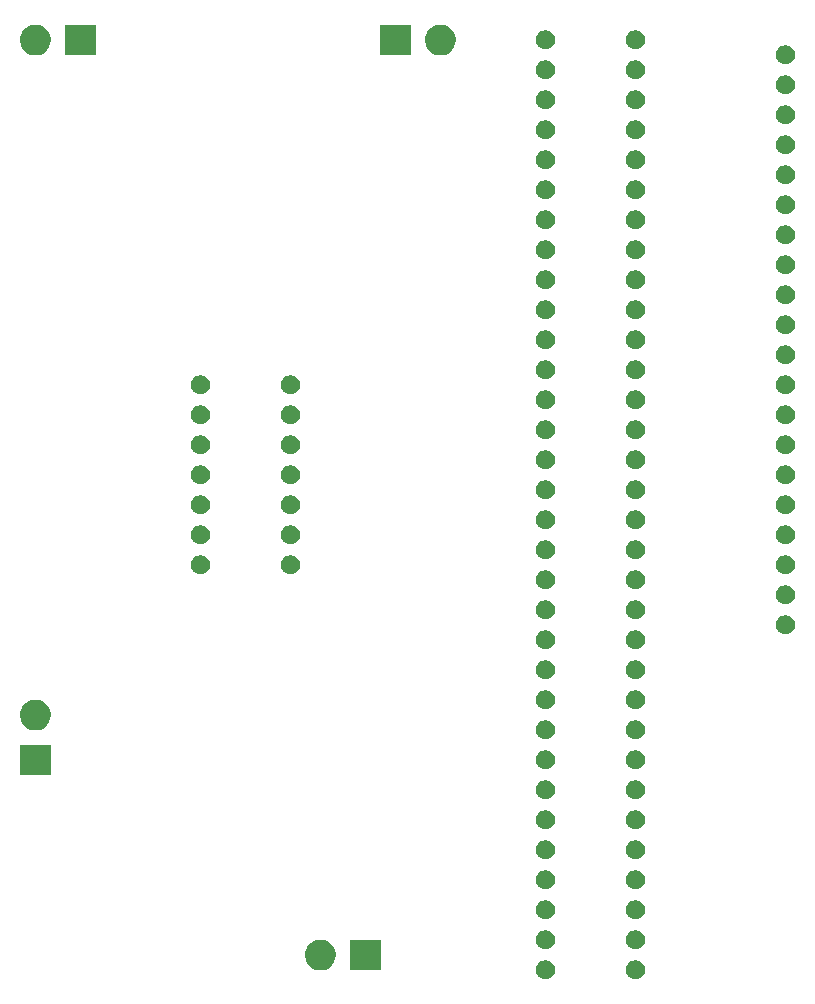
<source format=gbs>
G04 #@! TF.GenerationSoftware,KiCad,Pcbnew,(5.1.0)-1*
G04 #@! TF.CreationDate,2019-04-18T19:02:09-04:00*
G04 #@! TF.ProjectId,Gen1,47656e31-2e6b-4696-9361-645f70636258,1*
G04 #@! TF.SameCoordinates,Original*
G04 #@! TF.FileFunction,Soldermask,Bot*
G04 #@! TF.FilePolarity,Negative*
%FSLAX46Y46*%
G04 Gerber Fmt 4.6, Leading zero omitted, Abs format (unit mm)*
G04 Created by KiCad (PCBNEW (5.1.0)-1) date 2019-04-18 19:02:09*
%MOMM*%
%LPD*%
G04 APERTURE LIST*
%ADD10C,0.100000*%
G04 APERTURE END LIST*
D10*
G36*
X67547142Y-113518242D02*
G01*
X67695101Y-113579529D01*
X67828255Y-113668499D01*
X67941501Y-113781745D01*
X68030471Y-113914899D01*
X68091758Y-114062858D01*
X68123000Y-114219925D01*
X68123000Y-114380075D01*
X68091758Y-114537142D01*
X68030471Y-114685101D01*
X67941501Y-114818255D01*
X67828255Y-114931501D01*
X67695101Y-115020471D01*
X67547142Y-115081758D01*
X67390075Y-115113000D01*
X67229925Y-115113000D01*
X67072858Y-115081758D01*
X66924899Y-115020471D01*
X66791745Y-114931501D01*
X66678499Y-114818255D01*
X66589529Y-114685101D01*
X66528242Y-114537142D01*
X66497000Y-114380075D01*
X66497000Y-114219925D01*
X66528242Y-114062858D01*
X66589529Y-113914899D01*
X66678499Y-113781745D01*
X66791745Y-113668499D01*
X66924899Y-113579529D01*
X67072858Y-113518242D01*
X67229925Y-113487000D01*
X67390075Y-113487000D01*
X67547142Y-113518242D01*
X67547142Y-113518242D01*
G37*
G36*
X59927142Y-113518242D02*
G01*
X60075101Y-113579529D01*
X60208255Y-113668499D01*
X60321501Y-113781745D01*
X60410471Y-113914899D01*
X60471758Y-114062858D01*
X60503000Y-114219925D01*
X60503000Y-114380075D01*
X60471758Y-114537142D01*
X60410471Y-114685101D01*
X60321501Y-114818255D01*
X60208255Y-114931501D01*
X60075101Y-115020471D01*
X59927142Y-115081758D01*
X59770075Y-115113000D01*
X59609925Y-115113000D01*
X59452858Y-115081758D01*
X59304899Y-115020471D01*
X59171745Y-114931501D01*
X59058499Y-114818255D01*
X58969529Y-114685101D01*
X58908242Y-114537142D01*
X58877000Y-114380075D01*
X58877000Y-114219925D01*
X58908242Y-114062858D01*
X58969529Y-113914899D01*
X59058499Y-113781745D01*
X59171745Y-113668499D01*
X59304899Y-113579529D01*
X59452858Y-113518242D01*
X59609925Y-113487000D01*
X59770075Y-113487000D01*
X59927142Y-113518242D01*
X59927142Y-113518242D01*
G37*
G36*
X45750680Y-114330680D02*
G01*
X43149320Y-114330680D01*
X43149320Y-111729320D01*
X45750680Y-111729320D01*
X45750680Y-114330680D01*
X45750680Y-114330680D01*
G37*
G36*
X41019393Y-111779304D02*
G01*
X41256101Y-111877352D01*
X41256103Y-111877353D01*
X41469135Y-112019696D01*
X41650304Y-112200865D01*
X41792647Y-112413897D01*
X41792648Y-112413899D01*
X41890696Y-112650607D01*
X41940680Y-112901893D01*
X41940680Y-113158107D01*
X41890696Y-113409393D01*
X41820223Y-113579529D01*
X41792647Y-113646103D01*
X41650304Y-113859135D01*
X41469135Y-114040304D01*
X41256103Y-114182647D01*
X41256102Y-114182648D01*
X41256101Y-114182648D01*
X41019393Y-114280696D01*
X40768107Y-114330680D01*
X40511893Y-114330680D01*
X40260607Y-114280696D01*
X40023899Y-114182648D01*
X40023898Y-114182648D01*
X40023897Y-114182647D01*
X39810865Y-114040304D01*
X39629696Y-113859135D01*
X39487353Y-113646103D01*
X39459777Y-113579529D01*
X39389304Y-113409393D01*
X39339320Y-113158107D01*
X39339320Y-112901893D01*
X39389304Y-112650607D01*
X39487352Y-112413899D01*
X39487353Y-112413897D01*
X39629696Y-112200865D01*
X39810865Y-112019696D01*
X40023897Y-111877353D01*
X40023899Y-111877352D01*
X40260607Y-111779304D01*
X40511893Y-111729320D01*
X40768107Y-111729320D01*
X41019393Y-111779304D01*
X41019393Y-111779304D01*
G37*
G36*
X67547142Y-110978242D02*
G01*
X67695101Y-111039529D01*
X67828255Y-111128499D01*
X67941501Y-111241745D01*
X68030471Y-111374899D01*
X68091758Y-111522858D01*
X68123000Y-111679925D01*
X68123000Y-111840075D01*
X68091758Y-111997142D01*
X68030471Y-112145101D01*
X67941501Y-112278255D01*
X67828255Y-112391501D01*
X67695101Y-112480471D01*
X67547142Y-112541758D01*
X67390075Y-112573000D01*
X67229925Y-112573000D01*
X67072858Y-112541758D01*
X66924899Y-112480471D01*
X66791745Y-112391501D01*
X66678499Y-112278255D01*
X66589529Y-112145101D01*
X66528242Y-111997142D01*
X66497000Y-111840075D01*
X66497000Y-111679925D01*
X66528242Y-111522858D01*
X66589529Y-111374899D01*
X66678499Y-111241745D01*
X66791745Y-111128499D01*
X66924899Y-111039529D01*
X67072858Y-110978242D01*
X67229925Y-110947000D01*
X67390075Y-110947000D01*
X67547142Y-110978242D01*
X67547142Y-110978242D01*
G37*
G36*
X59927142Y-110978242D02*
G01*
X60075101Y-111039529D01*
X60208255Y-111128499D01*
X60321501Y-111241745D01*
X60410471Y-111374899D01*
X60471758Y-111522858D01*
X60503000Y-111679925D01*
X60503000Y-111840075D01*
X60471758Y-111997142D01*
X60410471Y-112145101D01*
X60321501Y-112278255D01*
X60208255Y-112391501D01*
X60075101Y-112480471D01*
X59927142Y-112541758D01*
X59770075Y-112573000D01*
X59609925Y-112573000D01*
X59452858Y-112541758D01*
X59304899Y-112480471D01*
X59171745Y-112391501D01*
X59058499Y-112278255D01*
X58969529Y-112145101D01*
X58908242Y-111997142D01*
X58877000Y-111840075D01*
X58877000Y-111679925D01*
X58908242Y-111522858D01*
X58969529Y-111374899D01*
X59058499Y-111241745D01*
X59171745Y-111128499D01*
X59304899Y-111039529D01*
X59452858Y-110978242D01*
X59609925Y-110947000D01*
X59770075Y-110947000D01*
X59927142Y-110978242D01*
X59927142Y-110978242D01*
G37*
G36*
X59927142Y-108438242D02*
G01*
X60075101Y-108499529D01*
X60208255Y-108588499D01*
X60321501Y-108701745D01*
X60410471Y-108834899D01*
X60471758Y-108982858D01*
X60503000Y-109139925D01*
X60503000Y-109300075D01*
X60471758Y-109457142D01*
X60410471Y-109605101D01*
X60321501Y-109738255D01*
X60208255Y-109851501D01*
X60075101Y-109940471D01*
X59927142Y-110001758D01*
X59770075Y-110033000D01*
X59609925Y-110033000D01*
X59452858Y-110001758D01*
X59304899Y-109940471D01*
X59171745Y-109851501D01*
X59058499Y-109738255D01*
X58969529Y-109605101D01*
X58908242Y-109457142D01*
X58877000Y-109300075D01*
X58877000Y-109139925D01*
X58908242Y-108982858D01*
X58969529Y-108834899D01*
X59058499Y-108701745D01*
X59171745Y-108588499D01*
X59304899Y-108499529D01*
X59452858Y-108438242D01*
X59609925Y-108407000D01*
X59770075Y-108407000D01*
X59927142Y-108438242D01*
X59927142Y-108438242D01*
G37*
G36*
X67547142Y-108438242D02*
G01*
X67695101Y-108499529D01*
X67828255Y-108588499D01*
X67941501Y-108701745D01*
X68030471Y-108834899D01*
X68091758Y-108982858D01*
X68123000Y-109139925D01*
X68123000Y-109300075D01*
X68091758Y-109457142D01*
X68030471Y-109605101D01*
X67941501Y-109738255D01*
X67828255Y-109851501D01*
X67695101Y-109940471D01*
X67547142Y-110001758D01*
X67390075Y-110033000D01*
X67229925Y-110033000D01*
X67072858Y-110001758D01*
X66924899Y-109940471D01*
X66791745Y-109851501D01*
X66678499Y-109738255D01*
X66589529Y-109605101D01*
X66528242Y-109457142D01*
X66497000Y-109300075D01*
X66497000Y-109139925D01*
X66528242Y-108982858D01*
X66589529Y-108834899D01*
X66678499Y-108701745D01*
X66791745Y-108588499D01*
X66924899Y-108499529D01*
X67072858Y-108438242D01*
X67229925Y-108407000D01*
X67390075Y-108407000D01*
X67547142Y-108438242D01*
X67547142Y-108438242D01*
G37*
G36*
X67547142Y-105898242D02*
G01*
X67695101Y-105959529D01*
X67828255Y-106048499D01*
X67941501Y-106161745D01*
X68030471Y-106294899D01*
X68091758Y-106442858D01*
X68123000Y-106599925D01*
X68123000Y-106760075D01*
X68091758Y-106917142D01*
X68030471Y-107065101D01*
X67941501Y-107198255D01*
X67828255Y-107311501D01*
X67695101Y-107400471D01*
X67547142Y-107461758D01*
X67390075Y-107493000D01*
X67229925Y-107493000D01*
X67072858Y-107461758D01*
X66924899Y-107400471D01*
X66791745Y-107311501D01*
X66678499Y-107198255D01*
X66589529Y-107065101D01*
X66528242Y-106917142D01*
X66497000Y-106760075D01*
X66497000Y-106599925D01*
X66528242Y-106442858D01*
X66589529Y-106294899D01*
X66678499Y-106161745D01*
X66791745Y-106048499D01*
X66924899Y-105959529D01*
X67072858Y-105898242D01*
X67229925Y-105867000D01*
X67390075Y-105867000D01*
X67547142Y-105898242D01*
X67547142Y-105898242D01*
G37*
G36*
X59927142Y-105898242D02*
G01*
X60075101Y-105959529D01*
X60208255Y-106048499D01*
X60321501Y-106161745D01*
X60410471Y-106294899D01*
X60471758Y-106442858D01*
X60503000Y-106599925D01*
X60503000Y-106760075D01*
X60471758Y-106917142D01*
X60410471Y-107065101D01*
X60321501Y-107198255D01*
X60208255Y-107311501D01*
X60075101Y-107400471D01*
X59927142Y-107461758D01*
X59770075Y-107493000D01*
X59609925Y-107493000D01*
X59452858Y-107461758D01*
X59304899Y-107400471D01*
X59171745Y-107311501D01*
X59058499Y-107198255D01*
X58969529Y-107065101D01*
X58908242Y-106917142D01*
X58877000Y-106760075D01*
X58877000Y-106599925D01*
X58908242Y-106442858D01*
X58969529Y-106294899D01*
X59058499Y-106161745D01*
X59171745Y-106048499D01*
X59304899Y-105959529D01*
X59452858Y-105898242D01*
X59609925Y-105867000D01*
X59770075Y-105867000D01*
X59927142Y-105898242D01*
X59927142Y-105898242D01*
G37*
G36*
X67547142Y-103358242D02*
G01*
X67695101Y-103419529D01*
X67828255Y-103508499D01*
X67941501Y-103621745D01*
X68030471Y-103754899D01*
X68091758Y-103902858D01*
X68123000Y-104059925D01*
X68123000Y-104220075D01*
X68091758Y-104377142D01*
X68030471Y-104525101D01*
X67941501Y-104658255D01*
X67828255Y-104771501D01*
X67695101Y-104860471D01*
X67547142Y-104921758D01*
X67390075Y-104953000D01*
X67229925Y-104953000D01*
X67072858Y-104921758D01*
X66924899Y-104860471D01*
X66791745Y-104771501D01*
X66678499Y-104658255D01*
X66589529Y-104525101D01*
X66528242Y-104377142D01*
X66497000Y-104220075D01*
X66497000Y-104059925D01*
X66528242Y-103902858D01*
X66589529Y-103754899D01*
X66678499Y-103621745D01*
X66791745Y-103508499D01*
X66924899Y-103419529D01*
X67072858Y-103358242D01*
X67229925Y-103327000D01*
X67390075Y-103327000D01*
X67547142Y-103358242D01*
X67547142Y-103358242D01*
G37*
G36*
X59927142Y-103358242D02*
G01*
X60075101Y-103419529D01*
X60208255Y-103508499D01*
X60321501Y-103621745D01*
X60410471Y-103754899D01*
X60471758Y-103902858D01*
X60503000Y-104059925D01*
X60503000Y-104220075D01*
X60471758Y-104377142D01*
X60410471Y-104525101D01*
X60321501Y-104658255D01*
X60208255Y-104771501D01*
X60075101Y-104860471D01*
X59927142Y-104921758D01*
X59770075Y-104953000D01*
X59609925Y-104953000D01*
X59452858Y-104921758D01*
X59304899Y-104860471D01*
X59171745Y-104771501D01*
X59058499Y-104658255D01*
X58969529Y-104525101D01*
X58908242Y-104377142D01*
X58877000Y-104220075D01*
X58877000Y-104059925D01*
X58908242Y-103902858D01*
X58969529Y-103754899D01*
X59058499Y-103621745D01*
X59171745Y-103508499D01*
X59304899Y-103419529D01*
X59452858Y-103358242D01*
X59609925Y-103327000D01*
X59770075Y-103327000D01*
X59927142Y-103358242D01*
X59927142Y-103358242D01*
G37*
G36*
X67547142Y-100818242D02*
G01*
X67695101Y-100879529D01*
X67828255Y-100968499D01*
X67941501Y-101081745D01*
X68030471Y-101214899D01*
X68091758Y-101362858D01*
X68123000Y-101519925D01*
X68123000Y-101680075D01*
X68091758Y-101837142D01*
X68030471Y-101985101D01*
X67941501Y-102118255D01*
X67828255Y-102231501D01*
X67695101Y-102320471D01*
X67547142Y-102381758D01*
X67390075Y-102413000D01*
X67229925Y-102413000D01*
X67072858Y-102381758D01*
X66924899Y-102320471D01*
X66791745Y-102231501D01*
X66678499Y-102118255D01*
X66589529Y-101985101D01*
X66528242Y-101837142D01*
X66497000Y-101680075D01*
X66497000Y-101519925D01*
X66528242Y-101362858D01*
X66589529Y-101214899D01*
X66678499Y-101081745D01*
X66791745Y-100968499D01*
X66924899Y-100879529D01*
X67072858Y-100818242D01*
X67229925Y-100787000D01*
X67390075Y-100787000D01*
X67547142Y-100818242D01*
X67547142Y-100818242D01*
G37*
G36*
X59927142Y-100818242D02*
G01*
X60075101Y-100879529D01*
X60208255Y-100968499D01*
X60321501Y-101081745D01*
X60410471Y-101214899D01*
X60471758Y-101362858D01*
X60503000Y-101519925D01*
X60503000Y-101680075D01*
X60471758Y-101837142D01*
X60410471Y-101985101D01*
X60321501Y-102118255D01*
X60208255Y-102231501D01*
X60075101Y-102320471D01*
X59927142Y-102381758D01*
X59770075Y-102413000D01*
X59609925Y-102413000D01*
X59452858Y-102381758D01*
X59304899Y-102320471D01*
X59171745Y-102231501D01*
X59058499Y-102118255D01*
X58969529Y-101985101D01*
X58908242Y-101837142D01*
X58877000Y-101680075D01*
X58877000Y-101519925D01*
X58908242Y-101362858D01*
X58969529Y-101214899D01*
X59058499Y-101081745D01*
X59171745Y-100968499D01*
X59304899Y-100879529D01*
X59452858Y-100818242D01*
X59609925Y-100787000D01*
X59770075Y-100787000D01*
X59927142Y-100818242D01*
X59927142Y-100818242D01*
G37*
G36*
X59927142Y-98278242D02*
G01*
X60075101Y-98339529D01*
X60208255Y-98428499D01*
X60321501Y-98541745D01*
X60410471Y-98674899D01*
X60471758Y-98822858D01*
X60503000Y-98979925D01*
X60503000Y-99140075D01*
X60471758Y-99297142D01*
X60410471Y-99445101D01*
X60321501Y-99578255D01*
X60208255Y-99691501D01*
X60075101Y-99780471D01*
X59927142Y-99841758D01*
X59770075Y-99873000D01*
X59609925Y-99873000D01*
X59452858Y-99841758D01*
X59304899Y-99780471D01*
X59171745Y-99691501D01*
X59058499Y-99578255D01*
X58969529Y-99445101D01*
X58908242Y-99297142D01*
X58877000Y-99140075D01*
X58877000Y-98979925D01*
X58908242Y-98822858D01*
X58969529Y-98674899D01*
X59058499Y-98541745D01*
X59171745Y-98428499D01*
X59304899Y-98339529D01*
X59452858Y-98278242D01*
X59609925Y-98247000D01*
X59770075Y-98247000D01*
X59927142Y-98278242D01*
X59927142Y-98278242D01*
G37*
G36*
X67547142Y-98278242D02*
G01*
X67695101Y-98339529D01*
X67828255Y-98428499D01*
X67941501Y-98541745D01*
X68030471Y-98674899D01*
X68091758Y-98822858D01*
X68123000Y-98979925D01*
X68123000Y-99140075D01*
X68091758Y-99297142D01*
X68030471Y-99445101D01*
X67941501Y-99578255D01*
X67828255Y-99691501D01*
X67695101Y-99780471D01*
X67547142Y-99841758D01*
X67390075Y-99873000D01*
X67229925Y-99873000D01*
X67072858Y-99841758D01*
X66924899Y-99780471D01*
X66791745Y-99691501D01*
X66678499Y-99578255D01*
X66589529Y-99445101D01*
X66528242Y-99297142D01*
X66497000Y-99140075D01*
X66497000Y-98979925D01*
X66528242Y-98822858D01*
X66589529Y-98674899D01*
X66678499Y-98541745D01*
X66791745Y-98428499D01*
X66924899Y-98339529D01*
X67072858Y-98278242D01*
X67229925Y-98247000D01*
X67390075Y-98247000D01*
X67547142Y-98278242D01*
X67547142Y-98278242D01*
G37*
G36*
X17810680Y-97820680D02*
G01*
X15209320Y-97820680D01*
X15209320Y-95219320D01*
X17810680Y-95219320D01*
X17810680Y-97820680D01*
X17810680Y-97820680D01*
G37*
G36*
X67547142Y-95738242D02*
G01*
X67695101Y-95799529D01*
X67828255Y-95888499D01*
X67941501Y-96001745D01*
X68030471Y-96134899D01*
X68091758Y-96282858D01*
X68123000Y-96439925D01*
X68123000Y-96600075D01*
X68091758Y-96757142D01*
X68030471Y-96905101D01*
X67941501Y-97038255D01*
X67828255Y-97151501D01*
X67695101Y-97240471D01*
X67547142Y-97301758D01*
X67390075Y-97333000D01*
X67229925Y-97333000D01*
X67072858Y-97301758D01*
X66924899Y-97240471D01*
X66791745Y-97151501D01*
X66678499Y-97038255D01*
X66589529Y-96905101D01*
X66528242Y-96757142D01*
X66497000Y-96600075D01*
X66497000Y-96439925D01*
X66528242Y-96282858D01*
X66589529Y-96134899D01*
X66678499Y-96001745D01*
X66791745Y-95888499D01*
X66924899Y-95799529D01*
X67072858Y-95738242D01*
X67229925Y-95707000D01*
X67390075Y-95707000D01*
X67547142Y-95738242D01*
X67547142Y-95738242D01*
G37*
G36*
X59927142Y-95738242D02*
G01*
X60075101Y-95799529D01*
X60208255Y-95888499D01*
X60321501Y-96001745D01*
X60410471Y-96134899D01*
X60471758Y-96282858D01*
X60503000Y-96439925D01*
X60503000Y-96600075D01*
X60471758Y-96757142D01*
X60410471Y-96905101D01*
X60321501Y-97038255D01*
X60208255Y-97151501D01*
X60075101Y-97240471D01*
X59927142Y-97301758D01*
X59770075Y-97333000D01*
X59609925Y-97333000D01*
X59452858Y-97301758D01*
X59304899Y-97240471D01*
X59171745Y-97151501D01*
X59058499Y-97038255D01*
X58969529Y-96905101D01*
X58908242Y-96757142D01*
X58877000Y-96600075D01*
X58877000Y-96439925D01*
X58908242Y-96282858D01*
X58969529Y-96134899D01*
X59058499Y-96001745D01*
X59171745Y-95888499D01*
X59304899Y-95799529D01*
X59452858Y-95738242D01*
X59609925Y-95707000D01*
X59770075Y-95707000D01*
X59927142Y-95738242D01*
X59927142Y-95738242D01*
G37*
G36*
X67547142Y-93198242D02*
G01*
X67695101Y-93259529D01*
X67828255Y-93348499D01*
X67941501Y-93461745D01*
X68030471Y-93594899D01*
X68091758Y-93742858D01*
X68123000Y-93899925D01*
X68123000Y-94060075D01*
X68091758Y-94217142D01*
X68030471Y-94365101D01*
X67941501Y-94498255D01*
X67828255Y-94611501D01*
X67695101Y-94700471D01*
X67547142Y-94761758D01*
X67390075Y-94793000D01*
X67229925Y-94793000D01*
X67072858Y-94761758D01*
X66924899Y-94700471D01*
X66791745Y-94611501D01*
X66678499Y-94498255D01*
X66589529Y-94365101D01*
X66528242Y-94217142D01*
X66497000Y-94060075D01*
X66497000Y-93899925D01*
X66528242Y-93742858D01*
X66589529Y-93594899D01*
X66678499Y-93461745D01*
X66791745Y-93348499D01*
X66924899Y-93259529D01*
X67072858Y-93198242D01*
X67229925Y-93167000D01*
X67390075Y-93167000D01*
X67547142Y-93198242D01*
X67547142Y-93198242D01*
G37*
G36*
X59927142Y-93198242D02*
G01*
X60075101Y-93259529D01*
X60208255Y-93348499D01*
X60321501Y-93461745D01*
X60410471Y-93594899D01*
X60471758Y-93742858D01*
X60503000Y-93899925D01*
X60503000Y-94060075D01*
X60471758Y-94217142D01*
X60410471Y-94365101D01*
X60321501Y-94498255D01*
X60208255Y-94611501D01*
X60075101Y-94700471D01*
X59927142Y-94761758D01*
X59770075Y-94793000D01*
X59609925Y-94793000D01*
X59452858Y-94761758D01*
X59304899Y-94700471D01*
X59171745Y-94611501D01*
X59058499Y-94498255D01*
X58969529Y-94365101D01*
X58908242Y-94217142D01*
X58877000Y-94060075D01*
X58877000Y-93899925D01*
X58908242Y-93742858D01*
X58969529Y-93594899D01*
X59058499Y-93461745D01*
X59171745Y-93348499D01*
X59304899Y-93259529D01*
X59452858Y-93198242D01*
X59609925Y-93167000D01*
X59770075Y-93167000D01*
X59927142Y-93198242D01*
X59927142Y-93198242D01*
G37*
G36*
X16889393Y-91459304D02*
G01*
X17126101Y-91557352D01*
X17126103Y-91557353D01*
X17339135Y-91699696D01*
X17520304Y-91880865D01*
X17662647Y-92093897D01*
X17662648Y-92093899D01*
X17760696Y-92330607D01*
X17810680Y-92581893D01*
X17810680Y-92838107D01*
X17760696Y-93089393D01*
X17690223Y-93259529D01*
X17662647Y-93326103D01*
X17520304Y-93539135D01*
X17339135Y-93720304D01*
X17126103Y-93862647D01*
X17126102Y-93862648D01*
X17126101Y-93862648D01*
X16889393Y-93960696D01*
X16638107Y-94010680D01*
X16381893Y-94010680D01*
X16130607Y-93960696D01*
X15893899Y-93862648D01*
X15893898Y-93862648D01*
X15893897Y-93862647D01*
X15680865Y-93720304D01*
X15499696Y-93539135D01*
X15357353Y-93326103D01*
X15329777Y-93259529D01*
X15259304Y-93089393D01*
X15209320Y-92838107D01*
X15209320Y-92581893D01*
X15259304Y-92330607D01*
X15357352Y-92093899D01*
X15357353Y-92093897D01*
X15499696Y-91880865D01*
X15680865Y-91699696D01*
X15893897Y-91557353D01*
X15893899Y-91557352D01*
X16130607Y-91459304D01*
X16381893Y-91409320D01*
X16638107Y-91409320D01*
X16889393Y-91459304D01*
X16889393Y-91459304D01*
G37*
G36*
X67547142Y-90658242D02*
G01*
X67695101Y-90719529D01*
X67828255Y-90808499D01*
X67941501Y-90921745D01*
X68030471Y-91054899D01*
X68091758Y-91202858D01*
X68123000Y-91359925D01*
X68123000Y-91520075D01*
X68091758Y-91677142D01*
X68030471Y-91825101D01*
X67941501Y-91958255D01*
X67828255Y-92071501D01*
X67695101Y-92160471D01*
X67547142Y-92221758D01*
X67390075Y-92253000D01*
X67229925Y-92253000D01*
X67072858Y-92221758D01*
X66924899Y-92160471D01*
X66791745Y-92071501D01*
X66678499Y-91958255D01*
X66589529Y-91825101D01*
X66528242Y-91677142D01*
X66497000Y-91520075D01*
X66497000Y-91359925D01*
X66528242Y-91202858D01*
X66589529Y-91054899D01*
X66678499Y-90921745D01*
X66791745Y-90808499D01*
X66924899Y-90719529D01*
X67072858Y-90658242D01*
X67229925Y-90627000D01*
X67390075Y-90627000D01*
X67547142Y-90658242D01*
X67547142Y-90658242D01*
G37*
G36*
X59927142Y-90658242D02*
G01*
X60075101Y-90719529D01*
X60208255Y-90808499D01*
X60321501Y-90921745D01*
X60410471Y-91054899D01*
X60471758Y-91202858D01*
X60503000Y-91359925D01*
X60503000Y-91520075D01*
X60471758Y-91677142D01*
X60410471Y-91825101D01*
X60321501Y-91958255D01*
X60208255Y-92071501D01*
X60075101Y-92160471D01*
X59927142Y-92221758D01*
X59770075Y-92253000D01*
X59609925Y-92253000D01*
X59452858Y-92221758D01*
X59304899Y-92160471D01*
X59171745Y-92071501D01*
X59058499Y-91958255D01*
X58969529Y-91825101D01*
X58908242Y-91677142D01*
X58877000Y-91520075D01*
X58877000Y-91359925D01*
X58908242Y-91202858D01*
X58969529Y-91054899D01*
X59058499Y-90921745D01*
X59171745Y-90808499D01*
X59304899Y-90719529D01*
X59452858Y-90658242D01*
X59609925Y-90627000D01*
X59770075Y-90627000D01*
X59927142Y-90658242D01*
X59927142Y-90658242D01*
G37*
G36*
X67547142Y-88118242D02*
G01*
X67695101Y-88179529D01*
X67828255Y-88268499D01*
X67941501Y-88381745D01*
X68030471Y-88514899D01*
X68091758Y-88662858D01*
X68123000Y-88819925D01*
X68123000Y-88980075D01*
X68091758Y-89137142D01*
X68030471Y-89285101D01*
X67941501Y-89418255D01*
X67828255Y-89531501D01*
X67695101Y-89620471D01*
X67547142Y-89681758D01*
X67390075Y-89713000D01*
X67229925Y-89713000D01*
X67072858Y-89681758D01*
X66924899Y-89620471D01*
X66791745Y-89531501D01*
X66678499Y-89418255D01*
X66589529Y-89285101D01*
X66528242Y-89137142D01*
X66497000Y-88980075D01*
X66497000Y-88819925D01*
X66528242Y-88662858D01*
X66589529Y-88514899D01*
X66678499Y-88381745D01*
X66791745Y-88268499D01*
X66924899Y-88179529D01*
X67072858Y-88118242D01*
X67229925Y-88087000D01*
X67390075Y-88087000D01*
X67547142Y-88118242D01*
X67547142Y-88118242D01*
G37*
G36*
X59927142Y-88118242D02*
G01*
X60075101Y-88179529D01*
X60208255Y-88268499D01*
X60321501Y-88381745D01*
X60410471Y-88514899D01*
X60471758Y-88662858D01*
X60503000Y-88819925D01*
X60503000Y-88980075D01*
X60471758Y-89137142D01*
X60410471Y-89285101D01*
X60321501Y-89418255D01*
X60208255Y-89531501D01*
X60075101Y-89620471D01*
X59927142Y-89681758D01*
X59770075Y-89713000D01*
X59609925Y-89713000D01*
X59452858Y-89681758D01*
X59304899Y-89620471D01*
X59171745Y-89531501D01*
X59058499Y-89418255D01*
X58969529Y-89285101D01*
X58908242Y-89137142D01*
X58877000Y-88980075D01*
X58877000Y-88819925D01*
X58908242Y-88662858D01*
X58969529Y-88514899D01*
X59058499Y-88381745D01*
X59171745Y-88268499D01*
X59304899Y-88179529D01*
X59452858Y-88118242D01*
X59609925Y-88087000D01*
X59770075Y-88087000D01*
X59927142Y-88118242D01*
X59927142Y-88118242D01*
G37*
G36*
X67547142Y-85578242D02*
G01*
X67695101Y-85639529D01*
X67828255Y-85728499D01*
X67941501Y-85841745D01*
X68030471Y-85974899D01*
X68091758Y-86122858D01*
X68123000Y-86279925D01*
X68123000Y-86440075D01*
X68091758Y-86597142D01*
X68030471Y-86745101D01*
X67941501Y-86878255D01*
X67828255Y-86991501D01*
X67695101Y-87080471D01*
X67547142Y-87141758D01*
X67390075Y-87173000D01*
X67229925Y-87173000D01*
X67072858Y-87141758D01*
X66924899Y-87080471D01*
X66791745Y-86991501D01*
X66678499Y-86878255D01*
X66589529Y-86745101D01*
X66528242Y-86597142D01*
X66497000Y-86440075D01*
X66497000Y-86279925D01*
X66528242Y-86122858D01*
X66589529Y-85974899D01*
X66678499Y-85841745D01*
X66791745Y-85728499D01*
X66924899Y-85639529D01*
X67072858Y-85578242D01*
X67229925Y-85547000D01*
X67390075Y-85547000D01*
X67547142Y-85578242D01*
X67547142Y-85578242D01*
G37*
G36*
X59927142Y-85578242D02*
G01*
X60075101Y-85639529D01*
X60208255Y-85728499D01*
X60321501Y-85841745D01*
X60410471Y-85974899D01*
X60471758Y-86122858D01*
X60503000Y-86279925D01*
X60503000Y-86440075D01*
X60471758Y-86597142D01*
X60410471Y-86745101D01*
X60321501Y-86878255D01*
X60208255Y-86991501D01*
X60075101Y-87080471D01*
X59927142Y-87141758D01*
X59770075Y-87173000D01*
X59609925Y-87173000D01*
X59452858Y-87141758D01*
X59304899Y-87080471D01*
X59171745Y-86991501D01*
X59058499Y-86878255D01*
X58969529Y-86745101D01*
X58908242Y-86597142D01*
X58877000Y-86440075D01*
X58877000Y-86279925D01*
X58908242Y-86122858D01*
X58969529Y-85974899D01*
X59058499Y-85841745D01*
X59171745Y-85728499D01*
X59304899Y-85639529D01*
X59452858Y-85578242D01*
X59609925Y-85547000D01*
X59770075Y-85547000D01*
X59927142Y-85578242D01*
X59927142Y-85578242D01*
G37*
G36*
X80247142Y-84308242D02*
G01*
X80395101Y-84369529D01*
X80528255Y-84458499D01*
X80641501Y-84571745D01*
X80730471Y-84704899D01*
X80791758Y-84852858D01*
X80823000Y-85009925D01*
X80823000Y-85170075D01*
X80791758Y-85327142D01*
X80730471Y-85475101D01*
X80641501Y-85608255D01*
X80528255Y-85721501D01*
X80395101Y-85810471D01*
X80247142Y-85871758D01*
X80090075Y-85903000D01*
X79929925Y-85903000D01*
X79772858Y-85871758D01*
X79624899Y-85810471D01*
X79491745Y-85721501D01*
X79378499Y-85608255D01*
X79289529Y-85475101D01*
X79228242Y-85327142D01*
X79197000Y-85170075D01*
X79197000Y-85009925D01*
X79228242Y-84852858D01*
X79289529Y-84704899D01*
X79378499Y-84571745D01*
X79491745Y-84458499D01*
X79624899Y-84369529D01*
X79772858Y-84308242D01*
X79929925Y-84277000D01*
X80090075Y-84277000D01*
X80247142Y-84308242D01*
X80247142Y-84308242D01*
G37*
G36*
X67547142Y-83038242D02*
G01*
X67695101Y-83099529D01*
X67828255Y-83188499D01*
X67941501Y-83301745D01*
X68030471Y-83434899D01*
X68091758Y-83582858D01*
X68123000Y-83739925D01*
X68123000Y-83900075D01*
X68091758Y-84057142D01*
X68030471Y-84205101D01*
X67941501Y-84338255D01*
X67828255Y-84451501D01*
X67695101Y-84540471D01*
X67547142Y-84601758D01*
X67390075Y-84633000D01*
X67229925Y-84633000D01*
X67072858Y-84601758D01*
X66924899Y-84540471D01*
X66791745Y-84451501D01*
X66678499Y-84338255D01*
X66589529Y-84205101D01*
X66528242Y-84057142D01*
X66497000Y-83900075D01*
X66497000Y-83739925D01*
X66528242Y-83582858D01*
X66589529Y-83434899D01*
X66678499Y-83301745D01*
X66791745Y-83188499D01*
X66924899Y-83099529D01*
X67072858Y-83038242D01*
X67229925Y-83007000D01*
X67390075Y-83007000D01*
X67547142Y-83038242D01*
X67547142Y-83038242D01*
G37*
G36*
X59927142Y-83038242D02*
G01*
X60075101Y-83099529D01*
X60208255Y-83188499D01*
X60321501Y-83301745D01*
X60410471Y-83434899D01*
X60471758Y-83582858D01*
X60503000Y-83739925D01*
X60503000Y-83900075D01*
X60471758Y-84057142D01*
X60410471Y-84205101D01*
X60321501Y-84338255D01*
X60208255Y-84451501D01*
X60075101Y-84540471D01*
X59927142Y-84601758D01*
X59770075Y-84633000D01*
X59609925Y-84633000D01*
X59452858Y-84601758D01*
X59304899Y-84540471D01*
X59171745Y-84451501D01*
X59058499Y-84338255D01*
X58969529Y-84205101D01*
X58908242Y-84057142D01*
X58877000Y-83900075D01*
X58877000Y-83739925D01*
X58908242Y-83582858D01*
X58969529Y-83434899D01*
X59058499Y-83301745D01*
X59171745Y-83188499D01*
X59304899Y-83099529D01*
X59452858Y-83038242D01*
X59609925Y-83007000D01*
X59770075Y-83007000D01*
X59927142Y-83038242D01*
X59927142Y-83038242D01*
G37*
G36*
X80247142Y-81768242D02*
G01*
X80395101Y-81829529D01*
X80528255Y-81918499D01*
X80641501Y-82031745D01*
X80730471Y-82164899D01*
X80791758Y-82312858D01*
X80823000Y-82469925D01*
X80823000Y-82630075D01*
X80791758Y-82787142D01*
X80730471Y-82935101D01*
X80641501Y-83068255D01*
X80528255Y-83181501D01*
X80395101Y-83270471D01*
X80247142Y-83331758D01*
X80090075Y-83363000D01*
X79929925Y-83363000D01*
X79772858Y-83331758D01*
X79624899Y-83270471D01*
X79491745Y-83181501D01*
X79378499Y-83068255D01*
X79289529Y-82935101D01*
X79228242Y-82787142D01*
X79197000Y-82630075D01*
X79197000Y-82469925D01*
X79228242Y-82312858D01*
X79289529Y-82164899D01*
X79378499Y-82031745D01*
X79491745Y-81918499D01*
X79624899Y-81829529D01*
X79772858Y-81768242D01*
X79929925Y-81737000D01*
X80090075Y-81737000D01*
X80247142Y-81768242D01*
X80247142Y-81768242D01*
G37*
G36*
X67547142Y-80498242D02*
G01*
X67695101Y-80559529D01*
X67828255Y-80648499D01*
X67941501Y-80761745D01*
X68030471Y-80894899D01*
X68091758Y-81042858D01*
X68123000Y-81199925D01*
X68123000Y-81360075D01*
X68091758Y-81517142D01*
X68030471Y-81665101D01*
X67941501Y-81798255D01*
X67828255Y-81911501D01*
X67695101Y-82000471D01*
X67547142Y-82061758D01*
X67390075Y-82093000D01*
X67229925Y-82093000D01*
X67072858Y-82061758D01*
X66924899Y-82000471D01*
X66791745Y-81911501D01*
X66678499Y-81798255D01*
X66589529Y-81665101D01*
X66528242Y-81517142D01*
X66497000Y-81360075D01*
X66497000Y-81199925D01*
X66528242Y-81042858D01*
X66589529Y-80894899D01*
X66678499Y-80761745D01*
X66791745Y-80648499D01*
X66924899Y-80559529D01*
X67072858Y-80498242D01*
X67229925Y-80467000D01*
X67390075Y-80467000D01*
X67547142Y-80498242D01*
X67547142Y-80498242D01*
G37*
G36*
X59927142Y-80498242D02*
G01*
X60075101Y-80559529D01*
X60208255Y-80648499D01*
X60321501Y-80761745D01*
X60410471Y-80894899D01*
X60471758Y-81042858D01*
X60503000Y-81199925D01*
X60503000Y-81360075D01*
X60471758Y-81517142D01*
X60410471Y-81665101D01*
X60321501Y-81798255D01*
X60208255Y-81911501D01*
X60075101Y-82000471D01*
X59927142Y-82061758D01*
X59770075Y-82093000D01*
X59609925Y-82093000D01*
X59452858Y-82061758D01*
X59304899Y-82000471D01*
X59171745Y-81911501D01*
X59058499Y-81798255D01*
X58969529Y-81665101D01*
X58908242Y-81517142D01*
X58877000Y-81360075D01*
X58877000Y-81199925D01*
X58908242Y-81042858D01*
X58969529Y-80894899D01*
X59058499Y-80761745D01*
X59171745Y-80648499D01*
X59304899Y-80559529D01*
X59452858Y-80498242D01*
X59609925Y-80467000D01*
X59770075Y-80467000D01*
X59927142Y-80498242D01*
X59927142Y-80498242D01*
G37*
G36*
X38337142Y-79228242D02*
G01*
X38485101Y-79289529D01*
X38618255Y-79378499D01*
X38731501Y-79491745D01*
X38820471Y-79624899D01*
X38881758Y-79772858D01*
X38913000Y-79929925D01*
X38913000Y-80090075D01*
X38881758Y-80247142D01*
X38820471Y-80395101D01*
X38731501Y-80528255D01*
X38618255Y-80641501D01*
X38485101Y-80730471D01*
X38337142Y-80791758D01*
X38180075Y-80823000D01*
X38019925Y-80823000D01*
X37862858Y-80791758D01*
X37714899Y-80730471D01*
X37581745Y-80641501D01*
X37468499Y-80528255D01*
X37379529Y-80395101D01*
X37318242Y-80247142D01*
X37287000Y-80090075D01*
X37287000Y-79929925D01*
X37318242Y-79772858D01*
X37379529Y-79624899D01*
X37468499Y-79491745D01*
X37581745Y-79378499D01*
X37714899Y-79289529D01*
X37862858Y-79228242D01*
X38019925Y-79197000D01*
X38180075Y-79197000D01*
X38337142Y-79228242D01*
X38337142Y-79228242D01*
G37*
G36*
X80247142Y-79228242D02*
G01*
X80395101Y-79289529D01*
X80528255Y-79378499D01*
X80641501Y-79491745D01*
X80730471Y-79624899D01*
X80791758Y-79772858D01*
X80823000Y-79929925D01*
X80823000Y-80090075D01*
X80791758Y-80247142D01*
X80730471Y-80395101D01*
X80641501Y-80528255D01*
X80528255Y-80641501D01*
X80395101Y-80730471D01*
X80247142Y-80791758D01*
X80090075Y-80823000D01*
X79929925Y-80823000D01*
X79772858Y-80791758D01*
X79624899Y-80730471D01*
X79491745Y-80641501D01*
X79378499Y-80528255D01*
X79289529Y-80395101D01*
X79228242Y-80247142D01*
X79197000Y-80090075D01*
X79197000Y-79929925D01*
X79228242Y-79772858D01*
X79289529Y-79624899D01*
X79378499Y-79491745D01*
X79491745Y-79378499D01*
X79624899Y-79289529D01*
X79772858Y-79228242D01*
X79929925Y-79197000D01*
X80090075Y-79197000D01*
X80247142Y-79228242D01*
X80247142Y-79228242D01*
G37*
G36*
X30717142Y-79228242D02*
G01*
X30865101Y-79289529D01*
X30998255Y-79378499D01*
X31111501Y-79491745D01*
X31200471Y-79624899D01*
X31261758Y-79772858D01*
X31293000Y-79929925D01*
X31293000Y-80090075D01*
X31261758Y-80247142D01*
X31200471Y-80395101D01*
X31111501Y-80528255D01*
X30998255Y-80641501D01*
X30865101Y-80730471D01*
X30717142Y-80791758D01*
X30560075Y-80823000D01*
X30399925Y-80823000D01*
X30242858Y-80791758D01*
X30094899Y-80730471D01*
X29961745Y-80641501D01*
X29848499Y-80528255D01*
X29759529Y-80395101D01*
X29698242Y-80247142D01*
X29667000Y-80090075D01*
X29667000Y-79929925D01*
X29698242Y-79772858D01*
X29759529Y-79624899D01*
X29848499Y-79491745D01*
X29961745Y-79378499D01*
X30094899Y-79289529D01*
X30242858Y-79228242D01*
X30399925Y-79197000D01*
X30560075Y-79197000D01*
X30717142Y-79228242D01*
X30717142Y-79228242D01*
G37*
G36*
X67547142Y-77958242D02*
G01*
X67695101Y-78019529D01*
X67828255Y-78108499D01*
X67941501Y-78221745D01*
X68030471Y-78354899D01*
X68091758Y-78502858D01*
X68123000Y-78659925D01*
X68123000Y-78820075D01*
X68091758Y-78977142D01*
X68030471Y-79125101D01*
X67941501Y-79258255D01*
X67828255Y-79371501D01*
X67695101Y-79460471D01*
X67547142Y-79521758D01*
X67390075Y-79553000D01*
X67229925Y-79553000D01*
X67072858Y-79521758D01*
X66924899Y-79460471D01*
X66791745Y-79371501D01*
X66678499Y-79258255D01*
X66589529Y-79125101D01*
X66528242Y-78977142D01*
X66497000Y-78820075D01*
X66497000Y-78659925D01*
X66528242Y-78502858D01*
X66589529Y-78354899D01*
X66678499Y-78221745D01*
X66791745Y-78108499D01*
X66924899Y-78019529D01*
X67072858Y-77958242D01*
X67229925Y-77927000D01*
X67390075Y-77927000D01*
X67547142Y-77958242D01*
X67547142Y-77958242D01*
G37*
G36*
X59927142Y-77958242D02*
G01*
X60075101Y-78019529D01*
X60208255Y-78108499D01*
X60321501Y-78221745D01*
X60410471Y-78354899D01*
X60471758Y-78502858D01*
X60503000Y-78659925D01*
X60503000Y-78820075D01*
X60471758Y-78977142D01*
X60410471Y-79125101D01*
X60321501Y-79258255D01*
X60208255Y-79371501D01*
X60075101Y-79460471D01*
X59927142Y-79521758D01*
X59770075Y-79553000D01*
X59609925Y-79553000D01*
X59452858Y-79521758D01*
X59304899Y-79460471D01*
X59171745Y-79371501D01*
X59058499Y-79258255D01*
X58969529Y-79125101D01*
X58908242Y-78977142D01*
X58877000Y-78820075D01*
X58877000Y-78659925D01*
X58908242Y-78502858D01*
X58969529Y-78354899D01*
X59058499Y-78221745D01*
X59171745Y-78108499D01*
X59304899Y-78019529D01*
X59452858Y-77958242D01*
X59609925Y-77927000D01*
X59770075Y-77927000D01*
X59927142Y-77958242D01*
X59927142Y-77958242D01*
G37*
G36*
X38337142Y-76688242D02*
G01*
X38485101Y-76749529D01*
X38618255Y-76838499D01*
X38731501Y-76951745D01*
X38820471Y-77084899D01*
X38881758Y-77232858D01*
X38913000Y-77389925D01*
X38913000Y-77550075D01*
X38881758Y-77707142D01*
X38820471Y-77855101D01*
X38731501Y-77988255D01*
X38618255Y-78101501D01*
X38485101Y-78190471D01*
X38337142Y-78251758D01*
X38180075Y-78283000D01*
X38019925Y-78283000D01*
X37862858Y-78251758D01*
X37714899Y-78190471D01*
X37581745Y-78101501D01*
X37468499Y-77988255D01*
X37379529Y-77855101D01*
X37318242Y-77707142D01*
X37287000Y-77550075D01*
X37287000Y-77389925D01*
X37318242Y-77232858D01*
X37379529Y-77084899D01*
X37468499Y-76951745D01*
X37581745Y-76838499D01*
X37714899Y-76749529D01*
X37862858Y-76688242D01*
X38019925Y-76657000D01*
X38180075Y-76657000D01*
X38337142Y-76688242D01*
X38337142Y-76688242D01*
G37*
G36*
X80247142Y-76688242D02*
G01*
X80395101Y-76749529D01*
X80528255Y-76838499D01*
X80641501Y-76951745D01*
X80730471Y-77084899D01*
X80791758Y-77232858D01*
X80823000Y-77389925D01*
X80823000Y-77550075D01*
X80791758Y-77707142D01*
X80730471Y-77855101D01*
X80641501Y-77988255D01*
X80528255Y-78101501D01*
X80395101Y-78190471D01*
X80247142Y-78251758D01*
X80090075Y-78283000D01*
X79929925Y-78283000D01*
X79772858Y-78251758D01*
X79624899Y-78190471D01*
X79491745Y-78101501D01*
X79378499Y-77988255D01*
X79289529Y-77855101D01*
X79228242Y-77707142D01*
X79197000Y-77550075D01*
X79197000Y-77389925D01*
X79228242Y-77232858D01*
X79289529Y-77084899D01*
X79378499Y-76951745D01*
X79491745Y-76838499D01*
X79624899Y-76749529D01*
X79772858Y-76688242D01*
X79929925Y-76657000D01*
X80090075Y-76657000D01*
X80247142Y-76688242D01*
X80247142Y-76688242D01*
G37*
G36*
X30717142Y-76688242D02*
G01*
X30865101Y-76749529D01*
X30998255Y-76838499D01*
X31111501Y-76951745D01*
X31200471Y-77084899D01*
X31261758Y-77232858D01*
X31293000Y-77389925D01*
X31293000Y-77550075D01*
X31261758Y-77707142D01*
X31200471Y-77855101D01*
X31111501Y-77988255D01*
X30998255Y-78101501D01*
X30865101Y-78190471D01*
X30717142Y-78251758D01*
X30560075Y-78283000D01*
X30399925Y-78283000D01*
X30242858Y-78251758D01*
X30094899Y-78190471D01*
X29961745Y-78101501D01*
X29848499Y-77988255D01*
X29759529Y-77855101D01*
X29698242Y-77707142D01*
X29667000Y-77550075D01*
X29667000Y-77389925D01*
X29698242Y-77232858D01*
X29759529Y-77084899D01*
X29848499Y-76951745D01*
X29961745Y-76838499D01*
X30094899Y-76749529D01*
X30242858Y-76688242D01*
X30399925Y-76657000D01*
X30560075Y-76657000D01*
X30717142Y-76688242D01*
X30717142Y-76688242D01*
G37*
G36*
X67547142Y-75418242D02*
G01*
X67695101Y-75479529D01*
X67828255Y-75568499D01*
X67941501Y-75681745D01*
X68030471Y-75814899D01*
X68091758Y-75962858D01*
X68123000Y-76119925D01*
X68123000Y-76280075D01*
X68091758Y-76437142D01*
X68030471Y-76585101D01*
X67941501Y-76718255D01*
X67828255Y-76831501D01*
X67695101Y-76920471D01*
X67547142Y-76981758D01*
X67390075Y-77013000D01*
X67229925Y-77013000D01*
X67072858Y-76981758D01*
X66924899Y-76920471D01*
X66791745Y-76831501D01*
X66678499Y-76718255D01*
X66589529Y-76585101D01*
X66528242Y-76437142D01*
X66497000Y-76280075D01*
X66497000Y-76119925D01*
X66528242Y-75962858D01*
X66589529Y-75814899D01*
X66678499Y-75681745D01*
X66791745Y-75568499D01*
X66924899Y-75479529D01*
X67072858Y-75418242D01*
X67229925Y-75387000D01*
X67390075Y-75387000D01*
X67547142Y-75418242D01*
X67547142Y-75418242D01*
G37*
G36*
X59927142Y-75418242D02*
G01*
X60075101Y-75479529D01*
X60208255Y-75568499D01*
X60321501Y-75681745D01*
X60410471Y-75814899D01*
X60471758Y-75962858D01*
X60503000Y-76119925D01*
X60503000Y-76280075D01*
X60471758Y-76437142D01*
X60410471Y-76585101D01*
X60321501Y-76718255D01*
X60208255Y-76831501D01*
X60075101Y-76920471D01*
X59927142Y-76981758D01*
X59770075Y-77013000D01*
X59609925Y-77013000D01*
X59452858Y-76981758D01*
X59304899Y-76920471D01*
X59171745Y-76831501D01*
X59058499Y-76718255D01*
X58969529Y-76585101D01*
X58908242Y-76437142D01*
X58877000Y-76280075D01*
X58877000Y-76119925D01*
X58908242Y-75962858D01*
X58969529Y-75814899D01*
X59058499Y-75681745D01*
X59171745Y-75568499D01*
X59304899Y-75479529D01*
X59452858Y-75418242D01*
X59609925Y-75387000D01*
X59770075Y-75387000D01*
X59927142Y-75418242D01*
X59927142Y-75418242D01*
G37*
G36*
X80247142Y-74148242D02*
G01*
X80395101Y-74209529D01*
X80528255Y-74298499D01*
X80641501Y-74411745D01*
X80730471Y-74544899D01*
X80791758Y-74692858D01*
X80823000Y-74849925D01*
X80823000Y-75010075D01*
X80791758Y-75167142D01*
X80730471Y-75315101D01*
X80641501Y-75448255D01*
X80528255Y-75561501D01*
X80395101Y-75650471D01*
X80247142Y-75711758D01*
X80090075Y-75743000D01*
X79929925Y-75743000D01*
X79772858Y-75711758D01*
X79624899Y-75650471D01*
X79491745Y-75561501D01*
X79378499Y-75448255D01*
X79289529Y-75315101D01*
X79228242Y-75167142D01*
X79197000Y-75010075D01*
X79197000Y-74849925D01*
X79228242Y-74692858D01*
X79289529Y-74544899D01*
X79378499Y-74411745D01*
X79491745Y-74298499D01*
X79624899Y-74209529D01*
X79772858Y-74148242D01*
X79929925Y-74117000D01*
X80090075Y-74117000D01*
X80247142Y-74148242D01*
X80247142Y-74148242D01*
G37*
G36*
X30717142Y-74148242D02*
G01*
X30865101Y-74209529D01*
X30998255Y-74298499D01*
X31111501Y-74411745D01*
X31200471Y-74544899D01*
X31261758Y-74692858D01*
X31293000Y-74849925D01*
X31293000Y-75010075D01*
X31261758Y-75167142D01*
X31200471Y-75315101D01*
X31111501Y-75448255D01*
X30998255Y-75561501D01*
X30865101Y-75650471D01*
X30717142Y-75711758D01*
X30560075Y-75743000D01*
X30399925Y-75743000D01*
X30242858Y-75711758D01*
X30094899Y-75650471D01*
X29961745Y-75561501D01*
X29848499Y-75448255D01*
X29759529Y-75315101D01*
X29698242Y-75167142D01*
X29667000Y-75010075D01*
X29667000Y-74849925D01*
X29698242Y-74692858D01*
X29759529Y-74544899D01*
X29848499Y-74411745D01*
X29961745Y-74298499D01*
X30094899Y-74209529D01*
X30242858Y-74148242D01*
X30399925Y-74117000D01*
X30560075Y-74117000D01*
X30717142Y-74148242D01*
X30717142Y-74148242D01*
G37*
G36*
X38337142Y-74148242D02*
G01*
X38485101Y-74209529D01*
X38618255Y-74298499D01*
X38731501Y-74411745D01*
X38820471Y-74544899D01*
X38881758Y-74692858D01*
X38913000Y-74849925D01*
X38913000Y-75010075D01*
X38881758Y-75167142D01*
X38820471Y-75315101D01*
X38731501Y-75448255D01*
X38618255Y-75561501D01*
X38485101Y-75650471D01*
X38337142Y-75711758D01*
X38180075Y-75743000D01*
X38019925Y-75743000D01*
X37862858Y-75711758D01*
X37714899Y-75650471D01*
X37581745Y-75561501D01*
X37468499Y-75448255D01*
X37379529Y-75315101D01*
X37318242Y-75167142D01*
X37287000Y-75010075D01*
X37287000Y-74849925D01*
X37318242Y-74692858D01*
X37379529Y-74544899D01*
X37468499Y-74411745D01*
X37581745Y-74298499D01*
X37714899Y-74209529D01*
X37862858Y-74148242D01*
X38019925Y-74117000D01*
X38180075Y-74117000D01*
X38337142Y-74148242D01*
X38337142Y-74148242D01*
G37*
G36*
X59927142Y-72878242D02*
G01*
X60075101Y-72939529D01*
X60208255Y-73028499D01*
X60321501Y-73141745D01*
X60410471Y-73274899D01*
X60471758Y-73422858D01*
X60503000Y-73579925D01*
X60503000Y-73740075D01*
X60471758Y-73897142D01*
X60410471Y-74045101D01*
X60321501Y-74178255D01*
X60208255Y-74291501D01*
X60075101Y-74380471D01*
X59927142Y-74441758D01*
X59770075Y-74473000D01*
X59609925Y-74473000D01*
X59452858Y-74441758D01*
X59304899Y-74380471D01*
X59171745Y-74291501D01*
X59058499Y-74178255D01*
X58969529Y-74045101D01*
X58908242Y-73897142D01*
X58877000Y-73740075D01*
X58877000Y-73579925D01*
X58908242Y-73422858D01*
X58969529Y-73274899D01*
X59058499Y-73141745D01*
X59171745Y-73028499D01*
X59304899Y-72939529D01*
X59452858Y-72878242D01*
X59609925Y-72847000D01*
X59770075Y-72847000D01*
X59927142Y-72878242D01*
X59927142Y-72878242D01*
G37*
G36*
X67547142Y-72878242D02*
G01*
X67695101Y-72939529D01*
X67828255Y-73028499D01*
X67941501Y-73141745D01*
X68030471Y-73274899D01*
X68091758Y-73422858D01*
X68123000Y-73579925D01*
X68123000Y-73740075D01*
X68091758Y-73897142D01*
X68030471Y-74045101D01*
X67941501Y-74178255D01*
X67828255Y-74291501D01*
X67695101Y-74380471D01*
X67547142Y-74441758D01*
X67390075Y-74473000D01*
X67229925Y-74473000D01*
X67072858Y-74441758D01*
X66924899Y-74380471D01*
X66791745Y-74291501D01*
X66678499Y-74178255D01*
X66589529Y-74045101D01*
X66528242Y-73897142D01*
X66497000Y-73740075D01*
X66497000Y-73579925D01*
X66528242Y-73422858D01*
X66589529Y-73274899D01*
X66678499Y-73141745D01*
X66791745Y-73028499D01*
X66924899Y-72939529D01*
X67072858Y-72878242D01*
X67229925Y-72847000D01*
X67390075Y-72847000D01*
X67547142Y-72878242D01*
X67547142Y-72878242D01*
G37*
G36*
X30717142Y-71608242D02*
G01*
X30865101Y-71669529D01*
X30998255Y-71758499D01*
X31111501Y-71871745D01*
X31200471Y-72004899D01*
X31261758Y-72152858D01*
X31293000Y-72309925D01*
X31293000Y-72470075D01*
X31261758Y-72627142D01*
X31200471Y-72775101D01*
X31111501Y-72908255D01*
X30998255Y-73021501D01*
X30865101Y-73110471D01*
X30717142Y-73171758D01*
X30560075Y-73203000D01*
X30399925Y-73203000D01*
X30242858Y-73171758D01*
X30094899Y-73110471D01*
X29961745Y-73021501D01*
X29848499Y-72908255D01*
X29759529Y-72775101D01*
X29698242Y-72627142D01*
X29667000Y-72470075D01*
X29667000Y-72309925D01*
X29698242Y-72152858D01*
X29759529Y-72004899D01*
X29848499Y-71871745D01*
X29961745Y-71758499D01*
X30094899Y-71669529D01*
X30242858Y-71608242D01*
X30399925Y-71577000D01*
X30560075Y-71577000D01*
X30717142Y-71608242D01*
X30717142Y-71608242D01*
G37*
G36*
X38337142Y-71608242D02*
G01*
X38485101Y-71669529D01*
X38618255Y-71758499D01*
X38731501Y-71871745D01*
X38820471Y-72004899D01*
X38881758Y-72152858D01*
X38913000Y-72309925D01*
X38913000Y-72470075D01*
X38881758Y-72627142D01*
X38820471Y-72775101D01*
X38731501Y-72908255D01*
X38618255Y-73021501D01*
X38485101Y-73110471D01*
X38337142Y-73171758D01*
X38180075Y-73203000D01*
X38019925Y-73203000D01*
X37862858Y-73171758D01*
X37714899Y-73110471D01*
X37581745Y-73021501D01*
X37468499Y-72908255D01*
X37379529Y-72775101D01*
X37318242Y-72627142D01*
X37287000Y-72470075D01*
X37287000Y-72309925D01*
X37318242Y-72152858D01*
X37379529Y-72004899D01*
X37468499Y-71871745D01*
X37581745Y-71758499D01*
X37714899Y-71669529D01*
X37862858Y-71608242D01*
X38019925Y-71577000D01*
X38180075Y-71577000D01*
X38337142Y-71608242D01*
X38337142Y-71608242D01*
G37*
G36*
X80247142Y-71608242D02*
G01*
X80395101Y-71669529D01*
X80528255Y-71758499D01*
X80641501Y-71871745D01*
X80730471Y-72004899D01*
X80791758Y-72152858D01*
X80823000Y-72309925D01*
X80823000Y-72470075D01*
X80791758Y-72627142D01*
X80730471Y-72775101D01*
X80641501Y-72908255D01*
X80528255Y-73021501D01*
X80395101Y-73110471D01*
X80247142Y-73171758D01*
X80090075Y-73203000D01*
X79929925Y-73203000D01*
X79772858Y-73171758D01*
X79624899Y-73110471D01*
X79491745Y-73021501D01*
X79378499Y-72908255D01*
X79289529Y-72775101D01*
X79228242Y-72627142D01*
X79197000Y-72470075D01*
X79197000Y-72309925D01*
X79228242Y-72152858D01*
X79289529Y-72004899D01*
X79378499Y-71871745D01*
X79491745Y-71758499D01*
X79624899Y-71669529D01*
X79772858Y-71608242D01*
X79929925Y-71577000D01*
X80090075Y-71577000D01*
X80247142Y-71608242D01*
X80247142Y-71608242D01*
G37*
G36*
X67547142Y-70338242D02*
G01*
X67695101Y-70399529D01*
X67828255Y-70488499D01*
X67941501Y-70601745D01*
X68030471Y-70734899D01*
X68091758Y-70882858D01*
X68123000Y-71039925D01*
X68123000Y-71200075D01*
X68091758Y-71357142D01*
X68030471Y-71505101D01*
X67941501Y-71638255D01*
X67828255Y-71751501D01*
X67695101Y-71840471D01*
X67547142Y-71901758D01*
X67390075Y-71933000D01*
X67229925Y-71933000D01*
X67072858Y-71901758D01*
X66924899Y-71840471D01*
X66791745Y-71751501D01*
X66678499Y-71638255D01*
X66589529Y-71505101D01*
X66528242Y-71357142D01*
X66497000Y-71200075D01*
X66497000Y-71039925D01*
X66528242Y-70882858D01*
X66589529Y-70734899D01*
X66678499Y-70601745D01*
X66791745Y-70488499D01*
X66924899Y-70399529D01*
X67072858Y-70338242D01*
X67229925Y-70307000D01*
X67390075Y-70307000D01*
X67547142Y-70338242D01*
X67547142Y-70338242D01*
G37*
G36*
X59927142Y-70338242D02*
G01*
X60075101Y-70399529D01*
X60208255Y-70488499D01*
X60321501Y-70601745D01*
X60410471Y-70734899D01*
X60471758Y-70882858D01*
X60503000Y-71039925D01*
X60503000Y-71200075D01*
X60471758Y-71357142D01*
X60410471Y-71505101D01*
X60321501Y-71638255D01*
X60208255Y-71751501D01*
X60075101Y-71840471D01*
X59927142Y-71901758D01*
X59770075Y-71933000D01*
X59609925Y-71933000D01*
X59452858Y-71901758D01*
X59304899Y-71840471D01*
X59171745Y-71751501D01*
X59058499Y-71638255D01*
X58969529Y-71505101D01*
X58908242Y-71357142D01*
X58877000Y-71200075D01*
X58877000Y-71039925D01*
X58908242Y-70882858D01*
X58969529Y-70734899D01*
X59058499Y-70601745D01*
X59171745Y-70488499D01*
X59304899Y-70399529D01*
X59452858Y-70338242D01*
X59609925Y-70307000D01*
X59770075Y-70307000D01*
X59927142Y-70338242D01*
X59927142Y-70338242D01*
G37*
G36*
X80247142Y-69068242D02*
G01*
X80395101Y-69129529D01*
X80528255Y-69218499D01*
X80641501Y-69331745D01*
X80730471Y-69464899D01*
X80791758Y-69612858D01*
X80823000Y-69769925D01*
X80823000Y-69930075D01*
X80791758Y-70087142D01*
X80730471Y-70235101D01*
X80641501Y-70368255D01*
X80528255Y-70481501D01*
X80395101Y-70570471D01*
X80247142Y-70631758D01*
X80090075Y-70663000D01*
X79929925Y-70663000D01*
X79772858Y-70631758D01*
X79624899Y-70570471D01*
X79491745Y-70481501D01*
X79378499Y-70368255D01*
X79289529Y-70235101D01*
X79228242Y-70087142D01*
X79197000Y-69930075D01*
X79197000Y-69769925D01*
X79228242Y-69612858D01*
X79289529Y-69464899D01*
X79378499Y-69331745D01*
X79491745Y-69218499D01*
X79624899Y-69129529D01*
X79772858Y-69068242D01*
X79929925Y-69037000D01*
X80090075Y-69037000D01*
X80247142Y-69068242D01*
X80247142Y-69068242D01*
G37*
G36*
X38337142Y-69068242D02*
G01*
X38485101Y-69129529D01*
X38618255Y-69218499D01*
X38731501Y-69331745D01*
X38820471Y-69464899D01*
X38881758Y-69612858D01*
X38913000Y-69769925D01*
X38913000Y-69930075D01*
X38881758Y-70087142D01*
X38820471Y-70235101D01*
X38731501Y-70368255D01*
X38618255Y-70481501D01*
X38485101Y-70570471D01*
X38337142Y-70631758D01*
X38180075Y-70663000D01*
X38019925Y-70663000D01*
X37862858Y-70631758D01*
X37714899Y-70570471D01*
X37581745Y-70481501D01*
X37468499Y-70368255D01*
X37379529Y-70235101D01*
X37318242Y-70087142D01*
X37287000Y-69930075D01*
X37287000Y-69769925D01*
X37318242Y-69612858D01*
X37379529Y-69464899D01*
X37468499Y-69331745D01*
X37581745Y-69218499D01*
X37714899Y-69129529D01*
X37862858Y-69068242D01*
X38019925Y-69037000D01*
X38180075Y-69037000D01*
X38337142Y-69068242D01*
X38337142Y-69068242D01*
G37*
G36*
X30717142Y-69068242D02*
G01*
X30865101Y-69129529D01*
X30998255Y-69218499D01*
X31111501Y-69331745D01*
X31200471Y-69464899D01*
X31261758Y-69612858D01*
X31293000Y-69769925D01*
X31293000Y-69930075D01*
X31261758Y-70087142D01*
X31200471Y-70235101D01*
X31111501Y-70368255D01*
X30998255Y-70481501D01*
X30865101Y-70570471D01*
X30717142Y-70631758D01*
X30560075Y-70663000D01*
X30399925Y-70663000D01*
X30242858Y-70631758D01*
X30094899Y-70570471D01*
X29961745Y-70481501D01*
X29848499Y-70368255D01*
X29759529Y-70235101D01*
X29698242Y-70087142D01*
X29667000Y-69930075D01*
X29667000Y-69769925D01*
X29698242Y-69612858D01*
X29759529Y-69464899D01*
X29848499Y-69331745D01*
X29961745Y-69218499D01*
X30094899Y-69129529D01*
X30242858Y-69068242D01*
X30399925Y-69037000D01*
X30560075Y-69037000D01*
X30717142Y-69068242D01*
X30717142Y-69068242D01*
G37*
G36*
X59927142Y-67798242D02*
G01*
X60075101Y-67859529D01*
X60208255Y-67948499D01*
X60321501Y-68061745D01*
X60410471Y-68194899D01*
X60471758Y-68342858D01*
X60503000Y-68499925D01*
X60503000Y-68660075D01*
X60471758Y-68817142D01*
X60410471Y-68965101D01*
X60321501Y-69098255D01*
X60208255Y-69211501D01*
X60075101Y-69300471D01*
X59927142Y-69361758D01*
X59770075Y-69393000D01*
X59609925Y-69393000D01*
X59452858Y-69361758D01*
X59304899Y-69300471D01*
X59171745Y-69211501D01*
X59058499Y-69098255D01*
X58969529Y-68965101D01*
X58908242Y-68817142D01*
X58877000Y-68660075D01*
X58877000Y-68499925D01*
X58908242Y-68342858D01*
X58969529Y-68194899D01*
X59058499Y-68061745D01*
X59171745Y-67948499D01*
X59304899Y-67859529D01*
X59452858Y-67798242D01*
X59609925Y-67767000D01*
X59770075Y-67767000D01*
X59927142Y-67798242D01*
X59927142Y-67798242D01*
G37*
G36*
X67547142Y-67798242D02*
G01*
X67695101Y-67859529D01*
X67828255Y-67948499D01*
X67941501Y-68061745D01*
X68030471Y-68194899D01*
X68091758Y-68342858D01*
X68123000Y-68499925D01*
X68123000Y-68660075D01*
X68091758Y-68817142D01*
X68030471Y-68965101D01*
X67941501Y-69098255D01*
X67828255Y-69211501D01*
X67695101Y-69300471D01*
X67547142Y-69361758D01*
X67390075Y-69393000D01*
X67229925Y-69393000D01*
X67072858Y-69361758D01*
X66924899Y-69300471D01*
X66791745Y-69211501D01*
X66678499Y-69098255D01*
X66589529Y-68965101D01*
X66528242Y-68817142D01*
X66497000Y-68660075D01*
X66497000Y-68499925D01*
X66528242Y-68342858D01*
X66589529Y-68194899D01*
X66678499Y-68061745D01*
X66791745Y-67948499D01*
X66924899Y-67859529D01*
X67072858Y-67798242D01*
X67229925Y-67767000D01*
X67390075Y-67767000D01*
X67547142Y-67798242D01*
X67547142Y-67798242D01*
G37*
G36*
X38337142Y-66528242D02*
G01*
X38485101Y-66589529D01*
X38618255Y-66678499D01*
X38731501Y-66791745D01*
X38820471Y-66924899D01*
X38881758Y-67072858D01*
X38913000Y-67229925D01*
X38913000Y-67390075D01*
X38881758Y-67547142D01*
X38820471Y-67695101D01*
X38731501Y-67828255D01*
X38618255Y-67941501D01*
X38485101Y-68030471D01*
X38337142Y-68091758D01*
X38180075Y-68123000D01*
X38019925Y-68123000D01*
X37862858Y-68091758D01*
X37714899Y-68030471D01*
X37581745Y-67941501D01*
X37468499Y-67828255D01*
X37379529Y-67695101D01*
X37318242Y-67547142D01*
X37287000Y-67390075D01*
X37287000Y-67229925D01*
X37318242Y-67072858D01*
X37379529Y-66924899D01*
X37468499Y-66791745D01*
X37581745Y-66678499D01*
X37714899Y-66589529D01*
X37862858Y-66528242D01*
X38019925Y-66497000D01*
X38180075Y-66497000D01*
X38337142Y-66528242D01*
X38337142Y-66528242D01*
G37*
G36*
X30717142Y-66528242D02*
G01*
X30865101Y-66589529D01*
X30998255Y-66678499D01*
X31111501Y-66791745D01*
X31200471Y-66924899D01*
X31261758Y-67072858D01*
X31293000Y-67229925D01*
X31293000Y-67390075D01*
X31261758Y-67547142D01*
X31200471Y-67695101D01*
X31111501Y-67828255D01*
X30998255Y-67941501D01*
X30865101Y-68030471D01*
X30717142Y-68091758D01*
X30560075Y-68123000D01*
X30399925Y-68123000D01*
X30242858Y-68091758D01*
X30094899Y-68030471D01*
X29961745Y-67941501D01*
X29848499Y-67828255D01*
X29759529Y-67695101D01*
X29698242Y-67547142D01*
X29667000Y-67390075D01*
X29667000Y-67229925D01*
X29698242Y-67072858D01*
X29759529Y-66924899D01*
X29848499Y-66791745D01*
X29961745Y-66678499D01*
X30094899Y-66589529D01*
X30242858Y-66528242D01*
X30399925Y-66497000D01*
X30560075Y-66497000D01*
X30717142Y-66528242D01*
X30717142Y-66528242D01*
G37*
G36*
X80247142Y-66528242D02*
G01*
X80395101Y-66589529D01*
X80528255Y-66678499D01*
X80641501Y-66791745D01*
X80730471Y-66924899D01*
X80791758Y-67072858D01*
X80823000Y-67229925D01*
X80823000Y-67390075D01*
X80791758Y-67547142D01*
X80730471Y-67695101D01*
X80641501Y-67828255D01*
X80528255Y-67941501D01*
X80395101Y-68030471D01*
X80247142Y-68091758D01*
X80090075Y-68123000D01*
X79929925Y-68123000D01*
X79772858Y-68091758D01*
X79624899Y-68030471D01*
X79491745Y-67941501D01*
X79378499Y-67828255D01*
X79289529Y-67695101D01*
X79228242Y-67547142D01*
X79197000Y-67390075D01*
X79197000Y-67229925D01*
X79228242Y-67072858D01*
X79289529Y-66924899D01*
X79378499Y-66791745D01*
X79491745Y-66678499D01*
X79624899Y-66589529D01*
X79772858Y-66528242D01*
X79929925Y-66497000D01*
X80090075Y-66497000D01*
X80247142Y-66528242D01*
X80247142Y-66528242D01*
G37*
G36*
X67547142Y-65258242D02*
G01*
X67695101Y-65319529D01*
X67828255Y-65408499D01*
X67941501Y-65521745D01*
X68030471Y-65654899D01*
X68091758Y-65802858D01*
X68123000Y-65959925D01*
X68123000Y-66120075D01*
X68091758Y-66277142D01*
X68030471Y-66425101D01*
X67941501Y-66558255D01*
X67828255Y-66671501D01*
X67695101Y-66760471D01*
X67547142Y-66821758D01*
X67390075Y-66853000D01*
X67229925Y-66853000D01*
X67072858Y-66821758D01*
X66924899Y-66760471D01*
X66791745Y-66671501D01*
X66678499Y-66558255D01*
X66589529Y-66425101D01*
X66528242Y-66277142D01*
X66497000Y-66120075D01*
X66497000Y-65959925D01*
X66528242Y-65802858D01*
X66589529Y-65654899D01*
X66678499Y-65521745D01*
X66791745Y-65408499D01*
X66924899Y-65319529D01*
X67072858Y-65258242D01*
X67229925Y-65227000D01*
X67390075Y-65227000D01*
X67547142Y-65258242D01*
X67547142Y-65258242D01*
G37*
G36*
X59927142Y-65258242D02*
G01*
X60075101Y-65319529D01*
X60208255Y-65408499D01*
X60321501Y-65521745D01*
X60410471Y-65654899D01*
X60471758Y-65802858D01*
X60503000Y-65959925D01*
X60503000Y-66120075D01*
X60471758Y-66277142D01*
X60410471Y-66425101D01*
X60321501Y-66558255D01*
X60208255Y-66671501D01*
X60075101Y-66760471D01*
X59927142Y-66821758D01*
X59770075Y-66853000D01*
X59609925Y-66853000D01*
X59452858Y-66821758D01*
X59304899Y-66760471D01*
X59171745Y-66671501D01*
X59058499Y-66558255D01*
X58969529Y-66425101D01*
X58908242Y-66277142D01*
X58877000Y-66120075D01*
X58877000Y-65959925D01*
X58908242Y-65802858D01*
X58969529Y-65654899D01*
X59058499Y-65521745D01*
X59171745Y-65408499D01*
X59304899Y-65319529D01*
X59452858Y-65258242D01*
X59609925Y-65227000D01*
X59770075Y-65227000D01*
X59927142Y-65258242D01*
X59927142Y-65258242D01*
G37*
G36*
X38337142Y-63988242D02*
G01*
X38485101Y-64049529D01*
X38618255Y-64138499D01*
X38731501Y-64251745D01*
X38820471Y-64384899D01*
X38881758Y-64532858D01*
X38913000Y-64689925D01*
X38913000Y-64850075D01*
X38881758Y-65007142D01*
X38820471Y-65155101D01*
X38731501Y-65288255D01*
X38618255Y-65401501D01*
X38485101Y-65490471D01*
X38337142Y-65551758D01*
X38180075Y-65583000D01*
X38019925Y-65583000D01*
X37862858Y-65551758D01*
X37714899Y-65490471D01*
X37581745Y-65401501D01*
X37468499Y-65288255D01*
X37379529Y-65155101D01*
X37318242Y-65007142D01*
X37287000Y-64850075D01*
X37287000Y-64689925D01*
X37318242Y-64532858D01*
X37379529Y-64384899D01*
X37468499Y-64251745D01*
X37581745Y-64138499D01*
X37714899Y-64049529D01*
X37862858Y-63988242D01*
X38019925Y-63957000D01*
X38180075Y-63957000D01*
X38337142Y-63988242D01*
X38337142Y-63988242D01*
G37*
G36*
X30717142Y-63988242D02*
G01*
X30865101Y-64049529D01*
X30998255Y-64138499D01*
X31111501Y-64251745D01*
X31200471Y-64384899D01*
X31261758Y-64532858D01*
X31293000Y-64689925D01*
X31293000Y-64850075D01*
X31261758Y-65007142D01*
X31200471Y-65155101D01*
X31111501Y-65288255D01*
X30998255Y-65401501D01*
X30865101Y-65490471D01*
X30717142Y-65551758D01*
X30560075Y-65583000D01*
X30399925Y-65583000D01*
X30242858Y-65551758D01*
X30094899Y-65490471D01*
X29961745Y-65401501D01*
X29848499Y-65288255D01*
X29759529Y-65155101D01*
X29698242Y-65007142D01*
X29667000Y-64850075D01*
X29667000Y-64689925D01*
X29698242Y-64532858D01*
X29759529Y-64384899D01*
X29848499Y-64251745D01*
X29961745Y-64138499D01*
X30094899Y-64049529D01*
X30242858Y-63988242D01*
X30399925Y-63957000D01*
X30560075Y-63957000D01*
X30717142Y-63988242D01*
X30717142Y-63988242D01*
G37*
G36*
X80247142Y-63988242D02*
G01*
X80395101Y-64049529D01*
X80528255Y-64138499D01*
X80641501Y-64251745D01*
X80730471Y-64384899D01*
X80791758Y-64532858D01*
X80823000Y-64689925D01*
X80823000Y-64850075D01*
X80791758Y-65007142D01*
X80730471Y-65155101D01*
X80641501Y-65288255D01*
X80528255Y-65401501D01*
X80395101Y-65490471D01*
X80247142Y-65551758D01*
X80090075Y-65583000D01*
X79929925Y-65583000D01*
X79772858Y-65551758D01*
X79624899Y-65490471D01*
X79491745Y-65401501D01*
X79378499Y-65288255D01*
X79289529Y-65155101D01*
X79228242Y-65007142D01*
X79197000Y-64850075D01*
X79197000Y-64689925D01*
X79228242Y-64532858D01*
X79289529Y-64384899D01*
X79378499Y-64251745D01*
X79491745Y-64138499D01*
X79624899Y-64049529D01*
X79772858Y-63988242D01*
X79929925Y-63957000D01*
X80090075Y-63957000D01*
X80247142Y-63988242D01*
X80247142Y-63988242D01*
G37*
G36*
X67547142Y-62718242D02*
G01*
X67695101Y-62779529D01*
X67828255Y-62868499D01*
X67941501Y-62981745D01*
X68030471Y-63114899D01*
X68091758Y-63262858D01*
X68123000Y-63419925D01*
X68123000Y-63580075D01*
X68091758Y-63737142D01*
X68030471Y-63885101D01*
X67941501Y-64018255D01*
X67828255Y-64131501D01*
X67695101Y-64220471D01*
X67547142Y-64281758D01*
X67390075Y-64313000D01*
X67229925Y-64313000D01*
X67072858Y-64281758D01*
X66924899Y-64220471D01*
X66791745Y-64131501D01*
X66678499Y-64018255D01*
X66589529Y-63885101D01*
X66528242Y-63737142D01*
X66497000Y-63580075D01*
X66497000Y-63419925D01*
X66528242Y-63262858D01*
X66589529Y-63114899D01*
X66678499Y-62981745D01*
X66791745Y-62868499D01*
X66924899Y-62779529D01*
X67072858Y-62718242D01*
X67229925Y-62687000D01*
X67390075Y-62687000D01*
X67547142Y-62718242D01*
X67547142Y-62718242D01*
G37*
G36*
X59927142Y-62718242D02*
G01*
X60075101Y-62779529D01*
X60208255Y-62868499D01*
X60321501Y-62981745D01*
X60410471Y-63114899D01*
X60471758Y-63262858D01*
X60503000Y-63419925D01*
X60503000Y-63580075D01*
X60471758Y-63737142D01*
X60410471Y-63885101D01*
X60321501Y-64018255D01*
X60208255Y-64131501D01*
X60075101Y-64220471D01*
X59927142Y-64281758D01*
X59770075Y-64313000D01*
X59609925Y-64313000D01*
X59452858Y-64281758D01*
X59304899Y-64220471D01*
X59171745Y-64131501D01*
X59058499Y-64018255D01*
X58969529Y-63885101D01*
X58908242Y-63737142D01*
X58877000Y-63580075D01*
X58877000Y-63419925D01*
X58908242Y-63262858D01*
X58969529Y-63114899D01*
X59058499Y-62981745D01*
X59171745Y-62868499D01*
X59304899Y-62779529D01*
X59452858Y-62718242D01*
X59609925Y-62687000D01*
X59770075Y-62687000D01*
X59927142Y-62718242D01*
X59927142Y-62718242D01*
G37*
G36*
X80247142Y-61448242D02*
G01*
X80395101Y-61509529D01*
X80528255Y-61598499D01*
X80641501Y-61711745D01*
X80730471Y-61844899D01*
X80791758Y-61992858D01*
X80823000Y-62149925D01*
X80823000Y-62310075D01*
X80791758Y-62467142D01*
X80730471Y-62615101D01*
X80641501Y-62748255D01*
X80528255Y-62861501D01*
X80395101Y-62950471D01*
X80247142Y-63011758D01*
X80090075Y-63043000D01*
X79929925Y-63043000D01*
X79772858Y-63011758D01*
X79624899Y-62950471D01*
X79491745Y-62861501D01*
X79378499Y-62748255D01*
X79289529Y-62615101D01*
X79228242Y-62467142D01*
X79197000Y-62310075D01*
X79197000Y-62149925D01*
X79228242Y-61992858D01*
X79289529Y-61844899D01*
X79378499Y-61711745D01*
X79491745Y-61598499D01*
X79624899Y-61509529D01*
X79772858Y-61448242D01*
X79929925Y-61417000D01*
X80090075Y-61417000D01*
X80247142Y-61448242D01*
X80247142Y-61448242D01*
G37*
G36*
X67547142Y-60178242D02*
G01*
X67695101Y-60239529D01*
X67828255Y-60328499D01*
X67941501Y-60441745D01*
X68030471Y-60574899D01*
X68091758Y-60722858D01*
X68123000Y-60879925D01*
X68123000Y-61040075D01*
X68091758Y-61197142D01*
X68030471Y-61345101D01*
X67941501Y-61478255D01*
X67828255Y-61591501D01*
X67695101Y-61680471D01*
X67547142Y-61741758D01*
X67390075Y-61773000D01*
X67229925Y-61773000D01*
X67072858Y-61741758D01*
X66924899Y-61680471D01*
X66791745Y-61591501D01*
X66678499Y-61478255D01*
X66589529Y-61345101D01*
X66528242Y-61197142D01*
X66497000Y-61040075D01*
X66497000Y-60879925D01*
X66528242Y-60722858D01*
X66589529Y-60574899D01*
X66678499Y-60441745D01*
X66791745Y-60328499D01*
X66924899Y-60239529D01*
X67072858Y-60178242D01*
X67229925Y-60147000D01*
X67390075Y-60147000D01*
X67547142Y-60178242D01*
X67547142Y-60178242D01*
G37*
G36*
X59927142Y-60178242D02*
G01*
X60075101Y-60239529D01*
X60208255Y-60328499D01*
X60321501Y-60441745D01*
X60410471Y-60574899D01*
X60471758Y-60722858D01*
X60503000Y-60879925D01*
X60503000Y-61040075D01*
X60471758Y-61197142D01*
X60410471Y-61345101D01*
X60321501Y-61478255D01*
X60208255Y-61591501D01*
X60075101Y-61680471D01*
X59927142Y-61741758D01*
X59770075Y-61773000D01*
X59609925Y-61773000D01*
X59452858Y-61741758D01*
X59304899Y-61680471D01*
X59171745Y-61591501D01*
X59058499Y-61478255D01*
X58969529Y-61345101D01*
X58908242Y-61197142D01*
X58877000Y-61040075D01*
X58877000Y-60879925D01*
X58908242Y-60722858D01*
X58969529Y-60574899D01*
X59058499Y-60441745D01*
X59171745Y-60328499D01*
X59304899Y-60239529D01*
X59452858Y-60178242D01*
X59609925Y-60147000D01*
X59770075Y-60147000D01*
X59927142Y-60178242D01*
X59927142Y-60178242D01*
G37*
G36*
X80247142Y-58908242D02*
G01*
X80395101Y-58969529D01*
X80528255Y-59058499D01*
X80641501Y-59171745D01*
X80730471Y-59304899D01*
X80791758Y-59452858D01*
X80823000Y-59609925D01*
X80823000Y-59770075D01*
X80791758Y-59927142D01*
X80730471Y-60075101D01*
X80641501Y-60208255D01*
X80528255Y-60321501D01*
X80395101Y-60410471D01*
X80247142Y-60471758D01*
X80090075Y-60503000D01*
X79929925Y-60503000D01*
X79772858Y-60471758D01*
X79624899Y-60410471D01*
X79491745Y-60321501D01*
X79378499Y-60208255D01*
X79289529Y-60075101D01*
X79228242Y-59927142D01*
X79197000Y-59770075D01*
X79197000Y-59609925D01*
X79228242Y-59452858D01*
X79289529Y-59304899D01*
X79378499Y-59171745D01*
X79491745Y-59058499D01*
X79624899Y-58969529D01*
X79772858Y-58908242D01*
X79929925Y-58877000D01*
X80090075Y-58877000D01*
X80247142Y-58908242D01*
X80247142Y-58908242D01*
G37*
G36*
X59927142Y-57638242D02*
G01*
X60075101Y-57699529D01*
X60208255Y-57788499D01*
X60321501Y-57901745D01*
X60410471Y-58034899D01*
X60471758Y-58182858D01*
X60503000Y-58339925D01*
X60503000Y-58500075D01*
X60471758Y-58657142D01*
X60410471Y-58805101D01*
X60321501Y-58938255D01*
X60208255Y-59051501D01*
X60075101Y-59140471D01*
X59927142Y-59201758D01*
X59770075Y-59233000D01*
X59609925Y-59233000D01*
X59452858Y-59201758D01*
X59304899Y-59140471D01*
X59171745Y-59051501D01*
X59058499Y-58938255D01*
X58969529Y-58805101D01*
X58908242Y-58657142D01*
X58877000Y-58500075D01*
X58877000Y-58339925D01*
X58908242Y-58182858D01*
X58969529Y-58034899D01*
X59058499Y-57901745D01*
X59171745Y-57788499D01*
X59304899Y-57699529D01*
X59452858Y-57638242D01*
X59609925Y-57607000D01*
X59770075Y-57607000D01*
X59927142Y-57638242D01*
X59927142Y-57638242D01*
G37*
G36*
X67547142Y-57638242D02*
G01*
X67695101Y-57699529D01*
X67828255Y-57788499D01*
X67941501Y-57901745D01*
X68030471Y-58034899D01*
X68091758Y-58182858D01*
X68123000Y-58339925D01*
X68123000Y-58500075D01*
X68091758Y-58657142D01*
X68030471Y-58805101D01*
X67941501Y-58938255D01*
X67828255Y-59051501D01*
X67695101Y-59140471D01*
X67547142Y-59201758D01*
X67390075Y-59233000D01*
X67229925Y-59233000D01*
X67072858Y-59201758D01*
X66924899Y-59140471D01*
X66791745Y-59051501D01*
X66678499Y-58938255D01*
X66589529Y-58805101D01*
X66528242Y-58657142D01*
X66497000Y-58500075D01*
X66497000Y-58339925D01*
X66528242Y-58182858D01*
X66589529Y-58034899D01*
X66678499Y-57901745D01*
X66791745Y-57788499D01*
X66924899Y-57699529D01*
X67072858Y-57638242D01*
X67229925Y-57607000D01*
X67390075Y-57607000D01*
X67547142Y-57638242D01*
X67547142Y-57638242D01*
G37*
G36*
X80247142Y-56368242D02*
G01*
X80395101Y-56429529D01*
X80528255Y-56518499D01*
X80641501Y-56631745D01*
X80730471Y-56764899D01*
X80791758Y-56912858D01*
X80823000Y-57069925D01*
X80823000Y-57230075D01*
X80791758Y-57387142D01*
X80730471Y-57535101D01*
X80641501Y-57668255D01*
X80528255Y-57781501D01*
X80395101Y-57870471D01*
X80247142Y-57931758D01*
X80090075Y-57963000D01*
X79929925Y-57963000D01*
X79772858Y-57931758D01*
X79624899Y-57870471D01*
X79491745Y-57781501D01*
X79378499Y-57668255D01*
X79289529Y-57535101D01*
X79228242Y-57387142D01*
X79197000Y-57230075D01*
X79197000Y-57069925D01*
X79228242Y-56912858D01*
X79289529Y-56764899D01*
X79378499Y-56631745D01*
X79491745Y-56518499D01*
X79624899Y-56429529D01*
X79772858Y-56368242D01*
X79929925Y-56337000D01*
X80090075Y-56337000D01*
X80247142Y-56368242D01*
X80247142Y-56368242D01*
G37*
G36*
X67547142Y-55098242D02*
G01*
X67695101Y-55159529D01*
X67828255Y-55248499D01*
X67941501Y-55361745D01*
X68030471Y-55494899D01*
X68091758Y-55642858D01*
X68123000Y-55799925D01*
X68123000Y-55960075D01*
X68091758Y-56117142D01*
X68030471Y-56265101D01*
X67941501Y-56398255D01*
X67828255Y-56511501D01*
X67695101Y-56600471D01*
X67547142Y-56661758D01*
X67390075Y-56693000D01*
X67229925Y-56693000D01*
X67072858Y-56661758D01*
X66924899Y-56600471D01*
X66791745Y-56511501D01*
X66678499Y-56398255D01*
X66589529Y-56265101D01*
X66528242Y-56117142D01*
X66497000Y-55960075D01*
X66497000Y-55799925D01*
X66528242Y-55642858D01*
X66589529Y-55494899D01*
X66678499Y-55361745D01*
X66791745Y-55248499D01*
X66924899Y-55159529D01*
X67072858Y-55098242D01*
X67229925Y-55067000D01*
X67390075Y-55067000D01*
X67547142Y-55098242D01*
X67547142Y-55098242D01*
G37*
G36*
X59927142Y-55098242D02*
G01*
X60075101Y-55159529D01*
X60208255Y-55248499D01*
X60321501Y-55361745D01*
X60410471Y-55494899D01*
X60471758Y-55642858D01*
X60503000Y-55799925D01*
X60503000Y-55960075D01*
X60471758Y-56117142D01*
X60410471Y-56265101D01*
X60321501Y-56398255D01*
X60208255Y-56511501D01*
X60075101Y-56600471D01*
X59927142Y-56661758D01*
X59770075Y-56693000D01*
X59609925Y-56693000D01*
X59452858Y-56661758D01*
X59304899Y-56600471D01*
X59171745Y-56511501D01*
X59058499Y-56398255D01*
X58969529Y-56265101D01*
X58908242Y-56117142D01*
X58877000Y-55960075D01*
X58877000Y-55799925D01*
X58908242Y-55642858D01*
X58969529Y-55494899D01*
X59058499Y-55361745D01*
X59171745Y-55248499D01*
X59304899Y-55159529D01*
X59452858Y-55098242D01*
X59609925Y-55067000D01*
X59770075Y-55067000D01*
X59927142Y-55098242D01*
X59927142Y-55098242D01*
G37*
G36*
X80247142Y-53828242D02*
G01*
X80395101Y-53889529D01*
X80528255Y-53978499D01*
X80641501Y-54091745D01*
X80730471Y-54224899D01*
X80791758Y-54372858D01*
X80823000Y-54529925D01*
X80823000Y-54690075D01*
X80791758Y-54847142D01*
X80730471Y-54995101D01*
X80641501Y-55128255D01*
X80528255Y-55241501D01*
X80395101Y-55330471D01*
X80247142Y-55391758D01*
X80090075Y-55423000D01*
X79929925Y-55423000D01*
X79772858Y-55391758D01*
X79624899Y-55330471D01*
X79491745Y-55241501D01*
X79378499Y-55128255D01*
X79289529Y-54995101D01*
X79228242Y-54847142D01*
X79197000Y-54690075D01*
X79197000Y-54529925D01*
X79228242Y-54372858D01*
X79289529Y-54224899D01*
X79378499Y-54091745D01*
X79491745Y-53978499D01*
X79624899Y-53889529D01*
X79772858Y-53828242D01*
X79929925Y-53797000D01*
X80090075Y-53797000D01*
X80247142Y-53828242D01*
X80247142Y-53828242D01*
G37*
G36*
X67547142Y-52558242D02*
G01*
X67695101Y-52619529D01*
X67828255Y-52708499D01*
X67941501Y-52821745D01*
X68030471Y-52954899D01*
X68091758Y-53102858D01*
X68123000Y-53259925D01*
X68123000Y-53420075D01*
X68091758Y-53577142D01*
X68030471Y-53725101D01*
X67941501Y-53858255D01*
X67828255Y-53971501D01*
X67695101Y-54060471D01*
X67547142Y-54121758D01*
X67390075Y-54153000D01*
X67229925Y-54153000D01*
X67072858Y-54121758D01*
X66924899Y-54060471D01*
X66791745Y-53971501D01*
X66678499Y-53858255D01*
X66589529Y-53725101D01*
X66528242Y-53577142D01*
X66497000Y-53420075D01*
X66497000Y-53259925D01*
X66528242Y-53102858D01*
X66589529Y-52954899D01*
X66678499Y-52821745D01*
X66791745Y-52708499D01*
X66924899Y-52619529D01*
X67072858Y-52558242D01*
X67229925Y-52527000D01*
X67390075Y-52527000D01*
X67547142Y-52558242D01*
X67547142Y-52558242D01*
G37*
G36*
X59927142Y-52558242D02*
G01*
X60075101Y-52619529D01*
X60208255Y-52708499D01*
X60321501Y-52821745D01*
X60410471Y-52954899D01*
X60471758Y-53102858D01*
X60503000Y-53259925D01*
X60503000Y-53420075D01*
X60471758Y-53577142D01*
X60410471Y-53725101D01*
X60321501Y-53858255D01*
X60208255Y-53971501D01*
X60075101Y-54060471D01*
X59927142Y-54121758D01*
X59770075Y-54153000D01*
X59609925Y-54153000D01*
X59452858Y-54121758D01*
X59304899Y-54060471D01*
X59171745Y-53971501D01*
X59058499Y-53858255D01*
X58969529Y-53725101D01*
X58908242Y-53577142D01*
X58877000Y-53420075D01*
X58877000Y-53259925D01*
X58908242Y-53102858D01*
X58969529Y-52954899D01*
X59058499Y-52821745D01*
X59171745Y-52708499D01*
X59304899Y-52619529D01*
X59452858Y-52558242D01*
X59609925Y-52527000D01*
X59770075Y-52527000D01*
X59927142Y-52558242D01*
X59927142Y-52558242D01*
G37*
G36*
X80247142Y-51288242D02*
G01*
X80395101Y-51349529D01*
X80528255Y-51438499D01*
X80641501Y-51551745D01*
X80730471Y-51684899D01*
X80791758Y-51832858D01*
X80823000Y-51989925D01*
X80823000Y-52150075D01*
X80791758Y-52307142D01*
X80730471Y-52455101D01*
X80641501Y-52588255D01*
X80528255Y-52701501D01*
X80395101Y-52790471D01*
X80247142Y-52851758D01*
X80090075Y-52883000D01*
X79929925Y-52883000D01*
X79772858Y-52851758D01*
X79624899Y-52790471D01*
X79491745Y-52701501D01*
X79378499Y-52588255D01*
X79289529Y-52455101D01*
X79228242Y-52307142D01*
X79197000Y-52150075D01*
X79197000Y-51989925D01*
X79228242Y-51832858D01*
X79289529Y-51684899D01*
X79378499Y-51551745D01*
X79491745Y-51438499D01*
X79624899Y-51349529D01*
X79772858Y-51288242D01*
X79929925Y-51257000D01*
X80090075Y-51257000D01*
X80247142Y-51288242D01*
X80247142Y-51288242D01*
G37*
G36*
X59927142Y-50018242D02*
G01*
X60075101Y-50079529D01*
X60208255Y-50168499D01*
X60321501Y-50281745D01*
X60410471Y-50414899D01*
X60471758Y-50562858D01*
X60503000Y-50719925D01*
X60503000Y-50880075D01*
X60471758Y-51037142D01*
X60410471Y-51185101D01*
X60321501Y-51318255D01*
X60208255Y-51431501D01*
X60075101Y-51520471D01*
X59927142Y-51581758D01*
X59770075Y-51613000D01*
X59609925Y-51613000D01*
X59452858Y-51581758D01*
X59304899Y-51520471D01*
X59171745Y-51431501D01*
X59058499Y-51318255D01*
X58969529Y-51185101D01*
X58908242Y-51037142D01*
X58877000Y-50880075D01*
X58877000Y-50719925D01*
X58908242Y-50562858D01*
X58969529Y-50414899D01*
X59058499Y-50281745D01*
X59171745Y-50168499D01*
X59304899Y-50079529D01*
X59452858Y-50018242D01*
X59609925Y-49987000D01*
X59770075Y-49987000D01*
X59927142Y-50018242D01*
X59927142Y-50018242D01*
G37*
G36*
X67547142Y-50018242D02*
G01*
X67695101Y-50079529D01*
X67828255Y-50168499D01*
X67941501Y-50281745D01*
X68030471Y-50414899D01*
X68091758Y-50562858D01*
X68123000Y-50719925D01*
X68123000Y-50880075D01*
X68091758Y-51037142D01*
X68030471Y-51185101D01*
X67941501Y-51318255D01*
X67828255Y-51431501D01*
X67695101Y-51520471D01*
X67547142Y-51581758D01*
X67390075Y-51613000D01*
X67229925Y-51613000D01*
X67072858Y-51581758D01*
X66924899Y-51520471D01*
X66791745Y-51431501D01*
X66678499Y-51318255D01*
X66589529Y-51185101D01*
X66528242Y-51037142D01*
X66497000Y-50880075D01*
X66497000Y-50719925D01*
X66528242Y-50562858D01*
X66589529Y-50414899D01*
X66678499Y-50281745D01*
X66791745Y-50168499D01*
X66924899Y-50079529D01*
X67072858Y-50018242D01*
X67229925Y-49987000D01*
X67390075Y-49987000D01*
X67547142Y-50018242D01*
X67547142Y-50018242D01*
G37*
G36*
X80247142Y-48748242D02*
G01*
X80395101Y-48809529D01*
X80528255Y-48898499D01*
X80641501Y-49011745D01*
X80730471Y-49144899D01*
X80791758Y-49292858D01*
X80823000Y-49449925D01*
X80823000Y-49610075D01*
X80791758Y-49767142D01*
X80730471Y-49915101D01*
X80641501Y-50048255D01*
X80528255Y-50161501D01*
X80395101Y-50250471D01*
X80247142Y-50311758D01*
X80090075Y-50343000D01*
X79929925Y-50343000D01*
X79772858Y-50311758D01*
X79624899Y-50250471D01*
X79491745Y-50161501D01*
X79378499Y-50048255D01*
X79289529Y-49915101D01*
X79228242Y-49767142D01*
X79197000Y-49610075D01*
X79197000Y-49449925D01*
X79228242Y-49292858D01*
X79289529Y-49144899D01*
X79378499Y-49011745D01*
X79491745Y-48898499D01*
X79624899Y-48809529D01*
X79772858Y-48748242D01*
X79929925Y-48717000D01*
X80090075Y-48717000D01*
X80247142Y-48748242D01*
X80247142Y-48748242D01*
G37*
G36*
X59927142Y-47478242D02*
G01*
X60075101Y-47539529D01*
X60208255Y-47628499D01*
X60321501Y-47741745D01*
X60410471Y-47874899D01*
X60471758Y-48022858D01*
X60503000Y-48179925D01*
X60503000Y-48340075D01*
X60471758Y-48497142D01*
X60410471Y-48645101D01*
X60321501Y-48778255D01*
X60208255Y-48891501D01*
X60075101Y-48980471D01*
X59927142Y-49041758D01*
X59770075Y-49073000D01*
X59609925Y-49073000D01*
X59452858Y-49041758D01*
X59304899Y-48980471D01*
X59171745Y-48891501D01*
X59058499Y-48778255D01*
X58969529Y-48645101D01*
X58908242Y-48497142D01*
X58877000Y-48340075D01*
X58877000Y-48179925D01*
X58908242Y-48022858D01*
X58969529Y-47874899D01*
X59058499Y-47741745D01*
X59171745Y-47628499D01*
X59304899Y-47539529D01*
X59452858Y-47478242D01*
X59609925Y-47447000D01*
X59770075Y-47447000D01*
X59927142Y-47478242D01*
X59927142Y-47478242D01*
G37*
G36*
X67547142Y-47478242D02*
G01*
X67695101Y-47539529D01*
X67828255Y-47628499D01*
X67941501Y-47741745D01*
X68030471Y-47874899D01*
X68091758Y-48022858D01*
X68123000Y-48179925D01*
X68123000Y-48340075D01*
X68091758Y-48497142D01*
X68030471Y-48645101D01*
X67941501Y-48778255D01*
X67828255Y-48891501D01*
X67695101Y-48980471D01*
X67547142Y-49041758D01*
X67390075Y-49073000D01*
X67229925Y-49073000D01*
X67072858Y-49041758D01*
X66924899Y-48980471D01*
X66791745Y-48891501D01*
X66678499Y-48778255D01*
X66589529Y-48645101D01*
X66528242Y-48497142D01*
X66497000Y-48340075D01*
X66497000Y-48179925D01*
X66528242Y-48022858D01*
X66589529Y-47874899D01*
X66678499Y-47741745D01*
X66791745Y-47628499D01*
X66924899Y-47539529D01*
X67072858Y-47478242D01*
X67229925Y-47447000D01*
X67390075Y-47447000D01*
X67547142Y-47478242D01*
X67547142Y-47478242D01*
G37*
G36*
X80247142Y-46208242D02*
G01*
X80395101Y-46269529D01*
X80528255Y-46358499D01*
X80641501Y-46471745D01*
X80730471Y-46604899D01*
X80791758Y-46752858D01*
X80823000Y-46909925D01*
X80823000Y-47070075D01*
X80791758Y-47227142D01*
X80730471Y-47375101D01*
X80641501Y-47508255D01*
X80528255Y-47621501D01*
X80395101Y-47710471D01*
X80247142Y-47771758D01*
X80090075Y-47803000D01*
X79929925Y-47803000D01*
X79772858Y-47771758D01*
X79624899Y-47710471D01*
X79491745Y-47621501D01*
X79378499Y-47508255D01*
X79289529Y-47375101D01*
X79228242Y-47227142D01*
X79197000Y-47070075D01*
X79197000Y-46909925D01*
X79228242Y-46752858D01*
X79289529Y-46604899D01*
X79378499Y-46471745D01*
X79491745Y-46358499D01*
X79624899Y-46269529D01*
X79772858Y-46208242D01*
X79929925Y-46177000D01*
X80090075Y-46177000D01*
X80247142Y-46208242D01*
X80247142Y-46208242D01*
G37*
G36*
X67547142Y-44938242D02*
G01*
X67695101Y-44999529D01*
X67828255Y-45088499D01*
X67941501Y-45201745D01*
X68030471Y-45334899D01*
X68091758Y-45482858D01*
X68123000Y-45639925D01*
X68123000Y-45800075D01*
X68091758Y-45957142D01*
X68030471Y-46105101D01*
X67941501Y-46238255D01*
X67828255Y-46351501D01*
X67695101Y-46440471D01*
X67547142Y-46501758D01*
X67390075Y-46533000D01*
X67229925Y-46533000D01*
X67072858Y-46501758D01*
X66924899Y-46440471D01*
X66791745Y-46351501D01*
X66678499Y-46238255D01*
X66589529Y-46105101D01*
X66528242Y-45957142D01*
X66497000Y-45800075D01*
X66497000Y-45639925D01*
X66528242Y-45482858D01*
X66589529Y-45334899D01*
X66678499Y-45201745D01*
X66791745Y-45088499D01*
X66924899Y-44999529D01*
X67072858Y-44938242D01*
X67229925Y-44907000D01*
X67390075Y-44907000D01*
X67547142Y-44938242D01*
X67547142Y-44938242D01*
G37*
G36*
X59927142Y-44938242D02*
G01*
X60075101Y-44999529D01*
X60208255Y-45088499D01*
X60321501Y-45201745D01*
X60410471Y-45334899D01*
X60471758Y-45482858D01*
X60503000Y-45639925D01*
X60503000Y-45800075D01*
X60471758Y-45957142D01*
X60410471Y-46105101D01*
X60321501Y-46238255D01*
X60208255Y-46351501D01*
X60075101Y-46440471D01*
X59927142Y-46501758D01*
X59770075Y-46533000D01*
X59609925Y-46533000D01*
X59452858Y-46501758D01*
X59304899Y-46440471D01*
X59171745Y-46351501D01*
X59058499Y-46238255D01*
X58969529Y-46105101D01*
X58908242Y-45957142D01*
X58877000Y-45800075D01*
X58877000Y-45639925D01*
X58908242Y-45482858D01*
X58969529Y-45334899D01*
X59058499Y-45201745D01*
X59171745Y-45088499D01*
X59304899Y-44999529D01*
X59452858Y-44938242D01*
X59609925Y-44907000D01*
X59770075Y-44907000D01*
X59927142Y-44938242D01*
X59927142Y-44938242D01*
G37*
G36*
X80247142Y-43668242D02*
G01*
X80395101Y-43729529D01*
X80528255Y-43818499D01*
X80641501Y-43931745D01*
X80730471Y-44064899D01*
X80791758Y-44212858D01*
X80823000Y-44369925D01*
X80823000Y-44530075D01*
X80791758Y-44687142D01*
X80730471Y-44835101D01*
X80641501Y-44968255D01*
X80528255Y-45081501D01*
X80395101Y-45170471D01*
X80247142Y-45231758D01*
X80090075Y-45263000D01*
X79929925Y-45263000D01*
X79772858Y-45231758D01*
X79624899Y-45170471D01*
X79491745Y-45081501D01*
X79378499Y-44968255D01*
X79289529Y-44835101D01*
X79228242Y-44687142D01*
X79197000Y-44530075D01*
X79197000Y-44369925D01*
X79228242Y-44212858D01*
X79289529Y-44064899D01*
X79378499Y-43931745D01*
X79491745Y-43818499D01*
X79624899Y-43729529D01*
X79772858Y-43668242D01*
X79929925Y-43637000D01*
X80090075Y-43637000D01*
X80247142Y-43668242D01*
X80247142Y-43668242D01*
G37*
G36*
X67547142Y-42398242D02*
G01*
X67695101Y-42459529D01*
X67828255Y-42548499D01*
X67941501Y-42661745D01*
X68030471Y-42794899D01*
X68091758Y-42942858D01*
X68123000Y-43099925D01*
X68123000Y-43260075D01*
X68091758Y-43417142D01*
X68030471Y-43565101D01*
X67941501Y-43698255D01*
X67828255Y-43811501D01*
X67695101Y-43900471D01*
X67547142Y-43961758D01*
X67390075Y-43993000D01*
X67229925Y-43993000D01*
X67072858Y-43961758D01*
X66924899Y-43900471D01*
X66791745Y-43811501D01*
X66678499Y-43698255D01*
X66589529Y-43565101D01*
X66528242Y-43417142D01*
X66497000Y-43260075D01*
X66497000Y-43099925D01*
X66528242Y-42942858D01*
X66589529Y-42794899D01*
X66678499Y-42661745D01*
X66791745Y-42548499D01*
X66924899Y-42459529D01*
X67072858Y-42398242D01*
X67229925Y-42367000D01*
X67390075Y-42367000D01*
X67547142Y-42398242D01*
X67547142Y-42398242D01*
G37*
G36*
X59927142Y-42398242D02*
G01*
X60075101Y-42459529D01*
X60208255Y-42548499D01*
X60321501Y-42661745D01*
X60410471Y-42794899D01*
X60471758Y-42942858D01*
X60503000Y-43099925D01*
X60503000Y-43260075D01*
X60471758Y-43417142D01*
X60410471Y-43565101D01*
X60321501Y-43698255D01*
X60208255Y-43811501D01*
X60075101Y-43900471D01*
X59927142Y-43961758D01*
X59770075Y-43993000D01*
X59609925Y-43993000D01*
X59452858Y-43961758D01*
X59304899Y-43900471D01*
X59171745Y-43811501D01*
X59058499Y-43698255D01*
X58969529Y-43565101D01*
X58908242Y-43417142D01*
X58877000Y-43260075D01*
X58877000Y-43099925D01*
X58908242Y-42942858D01*
X58969529Y-42794899D01*
X59058499Y-42661745D01*
X59171745Y-42548499D01*
X59304899Y-42459529D01*
X59452858Y-42398242D01*
X59609925Y-42367000D01*
X59770075Y-42367000D01*
X59927142Y-42398242D01*
X59927142Y-42398242D01*
G37*
G36*
X80247142Y-41128242D02*
G01*
X80395101Y-41189529D01*
X80528255Y-41278499D01*
X80641501Y-41391745D01*
X80730471Y-41524899D01*
X80791758Y-41672858D01*
X80823000Y-41829925D01*
X80823000Y-41990075D01*
X80791758Y-42147142D01*
X80730471Y-42295101D01*
X80641501Y-42428255D01*
X80528255Y-42541501D01*
X80395101Y-42630471D01*
X80247142Y-42691758D01*
X80090075Y-42723000D01*
X79929925Y-42723000D01*
X79772858Y-42691758D01*
X79624899Y-42630471D01*
X79491745Y-42541501D01*
X79378499Y-42428255D01*
X79289529Y-42295101D01*
X79228242Y-42147142D01*
X79197000Y-41990075D01*
X79197000Y-41829925D01*
X79228242Y-41672858D01*
X79289529Y-41524899D01*
X79378499Y-41391745D01*
X79491745Y-41278499D01*
X79624899Y-41189529D01*
X79772858Y-41128242D01*
X79929925Y-41097000D01*
X80090075Y-41097000D01*
X80247142Y-41128242D01*
X80247142Y-41128242D01*
G37*
G36*
X67547142Y-39858242D02*
G01*
X67695101Y-39919529D01*
X67828255Y-40008499D01*
X67941501Y-40121745D01*
X68030471Y-40254899D01*
X68091758Y-40402858D01*
X68123000Y-40559925D01*
X68123000Y-40720075D01*
X68091758Y-40877142D01*
X68030471Y-41025101D01*
X67941501Y-41158255D01*
X67828255Y-41271501D01*
X67695101Y-41360471D01*
X67547142Y-41421758D01*
X67390075Y-41453000D01*
X67229925Y-41453000D01*
X67072858Y-41421758D01*
X66924899Y-41360471D01*
X66791745Y-41271501D01*
X66678499Y-41158255D01*
X66589529Y-41025101D01*
X66528242Y-40877142D01*
X66497000Y-40720075D01*
X66497000Y-40559925D01*
X66528242Y-40402858D01*
X66589529Y-40254899D01*
X66678499Y-40121745D01*
X66791745Y-40008499D01*
X66924899Y-39919529D01*
X67072858Y-39858242D01*
X67229925Y-39827000D01*
X67390075Y-39827000D01*
X67547142Y-39858242D01*
X67547142Y-39858242D01*
G37*
G36*
X59927142Y-39858242D02*
G01*
X60075101Y-39919529D01*
X60208255Y-40008499D01*
X60321501Y-40121745D01*
X60410471Y-40254899D01*
X60471758Y-40402858D01*
X60503000Y-40559925D01*
X60503000Y-40720075D01*
X60471758Y-40877142D01*
X60410471Y-41025101D01*
X60321501Y-41158255D01*
X60208255Y-41271501D01*
X60075101Y-41360471D01*
X59927142Y-41421758D01*
X59770075Y-41453000D01*
X59609925Y-41453000D01*
X59452858Y-41421758D01*
X59304899Y-41360471D01*
X59171745Y-41271501D01*
X59058499Y-41158255D01*
X58969529Y-41025101D01*
X58908242Y-40877142D01*
X58877000Y-40720075D01*
X58877000Y-40559925D01*
X58908242Y-40402858D01*
X58969529Y-40254899D01*
X59058499Y-40121745D01*
X59171745Y-40008499D01*
X59304899Y-39919529D01*
X59452858Y-39858242D01*
X59609925Y-39827000D01*
X59770075Y-39827000D01*
X59927142Y-39858242D01*
X59927142Y-39858242D01*
G37*
G36*
X80247142Y-38588242D02*
G01*
X80395101Y-38649529D01*
X80528255Y-38738499D01*
X80641501Y-38851745D01*
X80730471Y-38984899D01*
X80791758Y-39132858D01*
X80823000Y-39289925D01*
X80823000Y-39450075D01*
X80791758Y-39607142D01*
X80730471Y-39755101D01*
X80641501Y-39888255D01*
X80528255Y-40001501D01*
X80395101Y-40090471D01*
X80247142Y-40151758D01*
X80090075Y-40183000D01*
X79929925Y-40183000D01*
X79772858Y-40151758D01*
X79624899Y-40090471D01*
X79491745Y-40001501D01*
X79378499Y-39888255D01*
X79289529Y-39755101D01*
X79228242Y-39607142D01*
X79197000Y-39450075D01*
X79197000Y-39289925D01*
X79228242Y-39132858D01*
X79289529Y-38984899D01*
X79378499Y-38851745D01*
X79491745Y-38738499D01*
X79624899Y-38649529D01*
X79772858Y-38588242D01*
X79929925Y-38557000D01*
X80090075Y-38557000D01*
X80247142Y-38588242D01*
X80247142Y-38588242D01*
G37*
G36*
X59927142Y-37318242D02*
G01*
X60075101Y-37379529D01*
X60208255Y-37468499D01*
X60321501Y-37581745D01*
X60410471Y-37714899D01*
X60471758Y-37862858D01*
X60503000Y-38019925D01*
X60503000Y-38180075D01*
X60471758Y-38337142D01*
X60410471Y-38485101D01*
X60321501Y-38618255D01*
X60208255Y-38731501D01*
X60075101Y-38820471D01*
X59927142Y-38881758D01*
X59770075Y-38913000D01*
X59609925Y-38913000D01*
X59452858Y-38881758D01*
X59304899Y-38820471D01*
X59171745Y-38731501D01*
X59058499Y-38618255D01*
X58969529Y-38485101D01*
X58908242Y-38337142D01*
X58877000Y-38180075D01*
X58877000Y-38019925D01*
X58908242Y-37862858D01*
X58969529Y-37714899D01*
X59058499Y-37581745D01*
X59171745Y-37468499D01*
X59304899Y-37379529D01*
X59452858Y-37318242D01*
X59609925Y-37287000D01*
X59770075Y-37287000D01*
X59927142Y-37318242D01*
X59927142Y-37318242D01*
G37*
G36*
X67547142Y-37318242D02*
G01*
X67695101Y-37379529D01*
X67828255Y-37468499D01*
X67941501Y-37581745D01*
X68030471Y-37714899D01*
X68091758Y-37862858D01*
X68123000Y-38019925D01*
X68123000Y-38180075D01*
X68091758Y-38337142D01*
X68030471Y-38485101D01*
X67941501Y-38618255D01*
X67828255Y-38731501D01*
X67695101Y-38820471D01*
X67547142Y-38881758D01*
X67390075Y-38913000D01*
X67229925Y-38913000D01*
X67072858Y-38881758D01*
X66924899Y-38820471D01*
X66791745Y-38731501D01*
X66678499Y-38618255D01*
X66589529Y-38485101D01*
X66528242Y-38337142D01*
X66497000Y-38180075D01*
X66497000Y-38019925D01*
X66528242Y-37862858D01*
X66589529Y-37714899D01*
X66678499Y-37581745D01*
X66791745Y-37468499D01*
X66924899Y-37379529D01*
X67072858Y-37318242D01*
X67229925Y-37287000D01*
X67390075Y-37287000D01*
X67547142Y-37318242D01*
X67547142Y-37318242D01*
G37*
G36*
X80247142Y-36048242D02*
G01*
X80395101Y-36109529D01*
X80528255Y-36198499D01*
X80641501Y-36311745D01*
X80730471Y-36444899D01*
X80791758Y-36592858D01*
X80823000Y-36749925D01*
X80823000Y-36910075D01*
X80791758Y-37067142D01*
X80730471Y-37215101D01*
X80641501Y-37348255D01*
X80528255Y-37461501D01*
X80395101Y-37550471D01*
X80247142Y-37611758D01*
X80090075Y-37643000D01*
X79929925Y-37643000D01*
X79772858Y-37611758D01*
X79624899Y-37550471D01*
X79491745Y-37461501D01*
X79378499Y-37348255D01*
X79289529Y-37215101D01*
X79228242Y-37067142D01*
X79197000Y-36910075D01*
X79197000Y-36749925D01*
X79228242Y-36592858D01*
X79289529Y-36444899D01*
X79378499Y-36311745D01*
X79491745Y-36198499D01*
X79624899Y-36109529D01*
X79772858Y-36048242D01*
X79929925Y-36017000D01*
X80090075Y-36017000D01*
X80247142Y-36048242D01*
X80247142Y-36048242D01*
G37*
G36*
X21620680Y-36860680D02*
G01*
X19019320Y-36860680D01*
X19019320Y-34259320D01*
X21620680Y-34259320D01*
X21620680Y-36860680D01*
X21620680Y-36860680D01*
G37*
G36*
X16889393Y-34309304D02*
G01*
X17126101Y-34407352D01*
X17126103Y-34407353D01*
X17339135Y-34549696D01*
X17520304Y-34730865D01*
X17662647Y-34943897D01*
X17662648Y-34943899D01*
X17760696Y-35180607D01*
X17810680Y-35431893D01*
X17810680Y-35688107D01*
X17760696Y-35939393D01*
X17703177Y-36078255D01*
X17662647Y-36176103D01*
X17520304Y-36389135D01*
X17339135Y-36570304D01*
X17126103Y-36712647D01*
X17126102Y-36712648D01*
X17126101Y-36712648D01*
X16889393Y-36810696D01*
X16638107Y-36860680D01*
X16381893Y-36860680D01*
X16130607Y-36810696D01*
X15893899Y-36712648D01*
X15893898Y-36712648D01*
X15893897Y-36712647D01*
X15680865Y-36570304D01*
X15499696Y-36389135D01*
X15357353Y-36176103D01*
X15316823Y-36078255D01*
X15259304Y-35939393D01*
X15209320Y-35688107D01*
X15209320Y-35431893D01*
X15259304Y-35180607D01*
X15357352Y-34943899D01*
X15357353Y-34943897D01*
X15499696Y-34730865D01*
X15680865Y-34549696D01*
X15893897Y-34407353D01*
X15893899Y-34407352D01*
X16130607Y-34309304D01*
X16381893Y-34259320D01*
X16638107Y-34259320D01*
X16889393Y-34309304D01*
X16889393Y-34309304D01*
G37*
G36*
X48290680Y-36860680D02*
G01*
X45689320Y-36860680D01*
X45689320Y-34259320D01*
X48290680Y-34259320D01*
X48290680Y-36860680D01*
X48290680Y-36860680D01*
G37*
G36*
X51179393Y-34309304D02*
G01*
X51416101Y-34407352D01*
X51416103Y-34407353D01*
X51629135Y-34549696D01*
X51810304Y-34730865D01*
X51952647Y-34943897D01*
X51952648Y-34943899D01*
X52050696Y-35180607D01*
X52100680Y-35431893D01*
X52100680Y-35688107D01*
X52050696Y-35939393D01*
X51993177Y-36078255D01*
X51952647Y-36176103D01*
X51810304Y-36389135D01*
X51629135Y-36570304D01*
X51416103Y-36712647D01*
X51416102Y-36712648D01*
X51416101Y-36712648D01*
X51179393Y-36810696D01*
X50928107Y-36860680D01*
X50671893Y-36860680D01*
X50420607Y-36810696D01*
X50183899Y-36712648D01*
X50183898Y-36712648D01*
X50183897Y-36712647D01*
X49970865Y-36570304D01*
X49789696Y-36389135D01*
X49647353Y-36176103D01*
X49606823Y-36078255D01*
X49549304Y-35939393D01*
X49499320Y-35688107D01*
X49499320Y-35431893D01*
X49549304Y-35180607D01*
X49647352Y-34943899D01*
X49647353Y-34943897D01*
X49789696Y-34730865D01*
X49970865Y-34549696D01*
X50183897Y-34407353D01*
X50183899Y-34407352D01*
X50420607Y-34309304D01*
X50671893Y-34259320D01*
X50928107Y-34259320D01*
X51179393Y-34309304D01*
X51179393Y-34309304D01*
G37*
G36*
X67547142Y-34778242D02*
G01*
X67695101Y-34839529D01*
X67828255Y-34928499D01*
X67941501Y-35041745D01*
X68030471Y-35174899D01*
X68091758Y-35322858D01*
X68123000Y-35479925D01*
X68123000Y-35640075D01*
X68091758Y-35797142D01*
X68030471Y-35945101D01*
X67941501Y-36078255D01*
X67828255Y-36191501D01*
X67695101Y-36280471D01*
X67547142Y-36341758D01*
X67390075Y-36373000D01*
X67229925Y-36373000D01*
X67072858Y-36341758D01*
X66924899Y-36280471D01*
X66791745Y-36191501D01*
X66678499Y-36078255D01*
X66589529Y-35945101D01*
X66528242Y-35797142D01*
X66497000Y-35640075D01*
X66497000Y-35479925D01*
X66528242Y-35322858D01*
X66589529Y-35174899D01*
X66678499Y-35041745D01*
X66791745Y-34928499D01*
X66924899Y-34839529D01*
X67072858Y-34778242D01*
X67229925Y-34747000D01*
X67390075Y-34747000D01*
X67547142Y-34778242D01*
X67547142Y-34778242D01*
G37*
G36*
X59927142Y-34778242D02*
G01*
X60075101Y-34839529D01*
X60208255Y-34928499D01*
X60321501Y-35041745D01*
X60410471Y-35174899D01*
X60471758Y-35322858D01*
X60503000Y-35479925D01*
X60503000Y-35640075D01*
X60471758Y-35797142D01*
X60410471Y-35945101D01*
X60321501Y-36078255D01*
X60208255Y-36191501D01*
X60075101Y-36280471D01*
X59927142Y-36341758D01*
X59770075Y-36373000D01*
X59609925Y-36373000D01*
X59452858Y-36341758D01*
X59304899Y-36280471D01*
X59171745Y-36191501D01*
X59058499Y-36078255D01*
X58969529Y-35945101D01*
X58908242Y-35797142D01*
X58877000Y-35640075D01*
X58877000Y-35479925D01*
X58908242Y-35322858D01*
X58969529Y-35174899D01*
X59058499Y-35041745D01*
X59171745Y-34928499D01*
X59304899Y-34839529D01*
X59452858Y-34778242D01*
X59609925Y-34747000D01*
X59770075Y-34747000D01*
X59927142Y-34778242D01*
X59927142Y-34778242D01*
G37*
M02*

</source>
